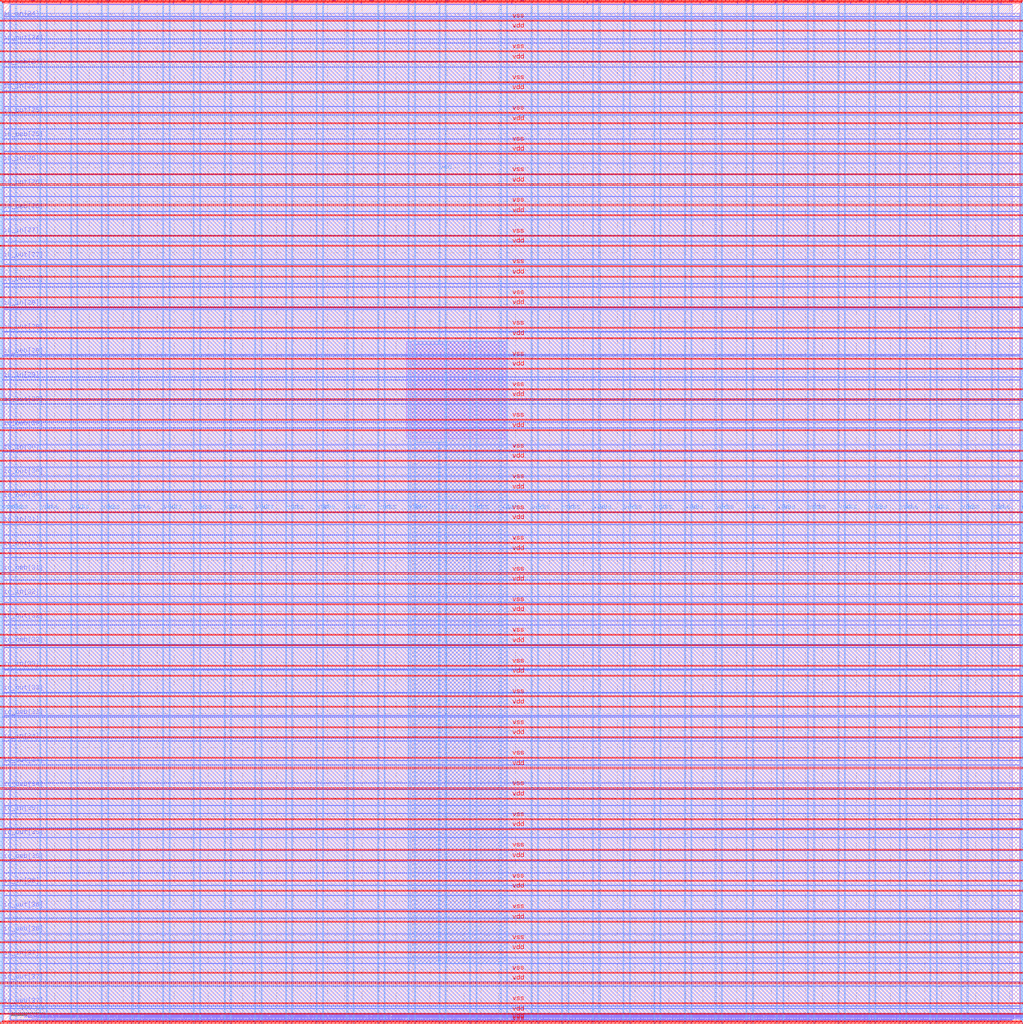
<source format=lef>
VERSION 5.7 ;
  NOWIREEXTENSIONATPIN ON ;
  DIVIDERCHAR "/" ;
  BUSBITCHARS "[]" ;
MACRO user_project_wrapper
  CLASS BLOCK ;
  FOREIGN user_project_wrapper ;
  ORIGIN 0.000 0.000 ;
  SIZE 2980.200 BY 2980.200 ;
  PIN io_in[0]
    DIRECTION INPUT ;
    USE SIGNAL ;
    PORT
      LAYER Metal3 ;
        RECT 2977.800 35.560 2985.000 36.680 ;
    END
  END io_in[0]
  PIN io_in[10]
    DIRECTION INPUT ;
    USE SIGNAL ;
    PORT
      LAYER Metal3 ;
        RECT 2977.800 2017.960 2985.000 2019.080 ;
    END
  END io_in[10]
  PIN io_in[11]
    DIRECTION INPUT ;
    USE SIGNAL ;
    PORT
      LAYER Metal3 ;
        RECT 2977.800 2216.200 2985.000 2217.320 ;
    END
  END io_in[11]
  PIN io_in[12]
    DIRECTION INPUT ;
    USE SIGNAL ;
    PORT
      LAYER Metal3 ;
        RECT 2977.800 2414.440 2985.000 2415.560 ;
    END
  END io_in[12]
  PIN io_in[13]
    DIRECTION INPUT ;
    USE SIGNAL ;
    PORT
      LAYER Metal3 ;
        RECT 2977.800 2612.680 2985.000 2613.800 ;
    END
  END io_in[13]
  PIN io_in[14]
    DIRECTION INPUT ;
    USE SIGNAL ;
    PORT
      LAYER Metal3 ;
        RECT 2977.800 2810.920 2985.000 2812.040 ;
    END
  END io_in[14]
  PIN io_in[15]
    DIRECTION INPUT ;
    USE SIGNAL ;
    PORT
      LAYER Metal2 ;
        RECT 2923.480 2977.800 2924.600 2985.000 ;
    END
  END io_in[15]
  PIN io_in[16]
    DIRECTION INPUT ;
    USE SIGNAL ;
    PORT
      LAYER Metal2 ;
        RECT 2592.520 2977.800 2593.640 2985.000 ;
    END
  END io_in[16]
  PIN io_in[17]
    DIRECTION INPUT ;
    USE SIGNAL ;
    PORT
      LAYER Metal2 ;
        RECT 2261.560 2977.800 2262.680 2985.000 ;
    END
  END io_in[17]
  PIN io_in[18]
    DIRECTION INPUT ;
    USE SIGNAL ;
    PORT
      LAYER Metal2 ;
        RECT 1930.600 2977.800 1931.720 2985.000 ;
    END
  END io_in[18]
  PIN io_in[19]
    DIRECTION INPUT ;
    USE SIGNAL ;
    PORT
      LAYER Metal2 ;
        RECT 1599.640 2977.800 1600.760 2985.000 ;
    END
  END io_in[19]
  PIN io_in[1]
    DIRECTION INPUT ;
    USE SIGNAL ;
    PORT
      LAYER Metal3 ;
        RECT 2977.800 233.800 2985.000 234.920 ;
    END
  END io_in[1]
  PIN io_in[20]
    DIRECTION INPUT ;
    USE SIGNAL ;
    PORT
      LAYER Metal2 ;
        RECT 1268.680 2977.800 1269.800 2985.000 ;
    END
  END io_in[20]
  PIN io_in[21]
    DIRECTION INPUT ;
    USE SIGNAL ;
    PORT
      LAYER Metal2 ;
        RECT 937.720 2977.800 938.840 2985.000 ;
    END
  END io_in[21]
  PIN io_in[22]
    DIRECTION INPUT ;
    USE SIGNAL ;
    PORT
      LAYER Metal2 ;
        RECT 606.760 2977.800 607.880 2985.000 ;
    END
  END io_in[22]
  PIN io_in[23]
    DIRECTION INPUT ;
    USE SIGNAL ;
    PORT
      LAYER Metal2 ;
        RECT 275.800 2977.800 276.920 2985.000 ;
    END
  END io_in[23]
  PIN io_in[24]
    DIRECTION INPUT ;
    USE SIGNAL ;
    PORT
      LAYER Metal3 ;
        RECT -4.800 2935.800 2.400 2936.920 ;
    END
  END io_in[24]
  PIN io_in[25]
    DIRECTION INPUT ;
    USE SIGNAL ;
    PORT
      LAYER Metal3 ;
        RECT -4.800 2724.120 2.400 2725.240 ;
    END
  END io_in[25]
  PIN io_in[26]
    DIRECTION INPUT ;
    USE SIGNAL ;
    PORT
      LAYER Metal3 ;
        RECT -4.800 2512.440 2.400 2513.560 ;
    END
  END io_in[26]
  PIN io_in[27]
    DIRECTION INPUT ;
    USE SIGNAL ;
    PORT
      LAYER Metal3 ;
        RECT -4.800 2300.760 2.400 2301.880 ;
    END
  END io_in[27]
  PIN io_in[28]
    DIRECTION INPUT ;
    USE SIGNAL ;
    PORT
      LAYER Metal3 ;
        RECT -4.800 2089.080 2.400 2090.200 ;
    END
  END io_in[28]
  PIN io_in[29]
    DIRECTION INPUT ;
    USE SIGNAL ;
    PORT
      LAYER Metal3 ;
        RECT -4.800 1877.400 2.400 1878.520 ;
    END
  END io_in[29]
  PIN io_in[2]
    DIRECTION INPUT ;
    USE SIGNAL ;
    PORT
      LAYER Metal3 ;
        RECT 2977.800 432.040 2985.000 433.160 ;
    END
  END io_in[2]
  PIN io_in[30]
    DIRECTION INPUT ;
    USE SIGNAL ;
    PORT
      LAYER Metal3 ;
        RECT -4.800 1665.720 2.400 1666.840 ;
    END
  END io_in[30]
  PIN io_in[31]
    DIRECTION INPUT ;
    USE SIGNAL ;
    PORT
      LAYER Metal3 ;
        RECT -4.800 1454.040 2.400 1455.160 ;
    END
  END io_in[31]
  PIN io_in[32]
    DIRECTION INPUT ;
    USE SIGNAL ;
    PORT
      LAYER Metal3 ;
        RECT -4.800 1242.360 2.400 1243.480 ;
    END
  END io_in[32]
  PIN io_in[33]
    DIRECTION INPUT ;
    USE SIGNAL ;
    PORT
      LAYER Metal3 ;
        RECT -4.800 1030.680 2.400 1031.800 ;
    END
  END io_in[33]
  PIN io_in[34]
    DIRECTION INPUT ;
    USE SIGNAL ;
    PORT
      LAYER Metal3 ;
        RECT -4.800 819.000 2.400 820.120 ;
    END
  END io_in[34]
  PIN io_in[35]
    DIRECTION INPUT ;
    USE SIGNAL ;
    PORT
      LAYER Metal3 ;
        RECT -4.800 607.320 2.400 608.440 ;
    END
  END io_in[35]
  PIN io_in[36]
    DIRECTION INPUT ;
    USE SIGNAL ;
    PORT
      LAYER Metal3 ;
        RECT -4.800 395.640 2.400 396.760 ;
    END
  END io_in[36]
  PIN io_in[37]
    DIRECTION INPUT ;
    USE SIGNAL ;
    PORT
      LAYER Metal3 ;
        RECT -4.800 183.960 2.400 185.080 ;
    END
  END io_in[37]
  PIN io_in[3]
    DIRECTION INPUT ;
    USE SIGNAL ;
    PORT
      LAYER Metal3 ;
        RECT 2977.800 630.280 2985.000 631.400 ;
    END
  END io_in[3]
  PIN io_in[4]
    DIRECTION INPUT ;
    USE SIGNAL ;
    PORT
      LAYER Metal3 ;
        RECT 2977.800 828.520 2985.000 829.640 ;
    END
  END io_in[4]
  PIN io_in[5]
    DIRECTION INPUT ;
    USE SIGNAL ;
    PORT
      LAYER Metal3 ;
        RECT 2977.800 1026.760 2985.000 1027.880 ;
    END
  END io_in[5]
  PIN io_in[6]
    DIRECTION INPUT ;
    USE SIGNAL ;
    PORT
      LAYER Metal3 ;
        RECT 2977.800 1225.000 2985.000 1226.120 ;
    END
  END io_in[6]
  PIN io_in[7]
    DIRECTION INPUT ;
    USE SIGNAL ;
    PORT
      LAYER Metal3 ;
        RECT 2977.800 1423.240 2985.000 1424.360 ;
    END
  END io_in[7]
  PIN io_in[8]
    DIRECTION INPUT ;
    USE SIGNAL ;
    PORT
      LAYER Metal3 ;
        RECT 2977.800 1621.480 2985.000 1622.600 ;
    END
  END io_in[8]
  PIN io_in[9]
    DIRECTION INPUT ;
    USE SIGNAL ;
    PORT
      LAYER Metal3 ;
        RECT 2977.800 1819.720 2985.000 1820.840 ;
    END
  END io_in[9]
  PIN io_oeb[0]
    DIRECTION OUTPUT TRISTATE ;
    USE SIGNAL ;
    PORT
      LAYER Metal3 ;
        RECT 2977.800 167.720 2985.000 168.840 ;
    END
  END io_oeb[0]
  PIN io_oeb[10]
    DIRECTION OUTPUT TRISTATE ;
    USE SIGNAL ;
    PORT
      LAYER Metal3 ;
        RECT 2977.800 2150.120 2985.000 2151.240 ;
    END
  END io_oeb[10]
  PIN io_oeb[11]
    DIRECTION OUTPUT TRISTATE ;
    USE SIGNAL ;
    PORT
      LAYER Metal3 ;
        RECT 2977.800 2348.360 2985.000 2349.480 ;
    END
  END io_oeb[11]
  PIN io_oeb[12]
    DIRECTION OUTPUT TRISTATE ;
    USE SIGNAL ;
    PORT
      LAYER Metal3 ;
        RECT 2977.800 2546.600 2985.000 2547.720 ;
    END
  END io_oeb[12]
  PIN io_oeb[13]
    DIRECTION OUTPUT TRISTATE ;
    USE SIGNAL ;
    PORT
      LAYER Metal3 ;
        RECT 2977.800 2744.840 2985.000 2745.960 ;
    END
  END io_oeb[13]
  PIN io_oeb[14]
    DIRECTION OUTPUT TRISTATE ;
    USE SIGNAL ;
    PORT
      LAYER Metal3 ;
        RECT 2977.800 2943.080 2985.000 2944.200 ;
    END
  END io_oeb[14]
  PIN io_oeb[15]
    DIRECTION OUTPUT TRISTATE ;
    USE SIGNAL ;
    PORT
      LAYER Metal2 ;
        RECT 2702.840 2977.800 2703.960 2985.000 ;
    END
  END io_oeb[15]
  PIN io_oeb[16]
    DIRECTION OUTPUT TRISTATE ;
    USE SIGNAL ;
    PORT
      LAYER Metal2 ;
        RECT 2371.880 2977.800 2373.000 2985.000 ;
    END
  END io_oeb[16]
  PIN io_oeb[17]
    DIRECTION OUTPUT TRISTATE ;
    USE SIGNAL ;
    PORT
      LAYER Metal2 ;
        RECT 2040.920 2977.800 2042.040 2985.000 ;
    END
  END io_oeb[17]
  PIN io_oeb[18]
    DIRECTION OUTPUT TRISTATE ;
    USE SIGNAL ;
    PORT
      LAYER Metal2 ;
        RECT 1709.960 2977.800 1711.080 2985.000 ;
    END
  END io_oeb[18]
  PIN io_oeb[19]
    DIRECTION OUTPUT TRISTATE ;
    USE SIGNAL ;
    PORT
      LAYER Metal2 ;
        RECT 1379.000 2977.800 1380.120 2985.000 ;
    END
  END io_oeb[19]
  PIN io_oeb[1]
    DIRECTION OUTPUT TRISTATE ;
    USE SIGNAL ;
    PORT
      LAYER Metal3 ;
        RECT 2977.800 365.960 2985.000 367.080 ;
    END
  END io_oeb[1]
  PIN io_oeb[20]
    DIRECTION OUTPUT TRISTATE ;
    USE SIGNAL ;
    PORT
      LAYER Metal2 ;
        RECT 1048.040 2977.800 1049.160 2985.000 ;
    END
  END io_oeb[20]
  PIN io_oeb[21]
    DIRECTION OUTPUT TRISTATE ;
    USE SIGNAL ;
    PORT
      LAYER Metal2 ;
        RECT 717.080 2977.800 718.200 2985.000 ;
    END
  END io_oeb[21]
  PIN io_oeb[22]
    DIRECTION OUTPUT TRISTATE ;
    USE SIGNAL ;
    PORT
      LAYER Metal2 ;
        RECT 386.120 2977.800 387.240 2985.000 ;
    END
  END io_oeb[22]
  PIN io_oeb[23]
    DIRECTION OUTPUT TRISTATE ;
    USE SIGNAL ;
    PORT
      LAYER Metal2 ;
        RECT 55.160 2977.800 56.280 2985.000 ;
    END
  END io_oeb[23]
  PIN io_oeb[24]
    DIRECTION OUTPUT TRISTATE ;
    USE SIGNAL ;
    PORT
      LAYER Metal3 ;
        RECT -4.800 2794.680 2.400 2795.800 ;
    END
  END io_oeb[24]
  PIN io_oeb[25]
    DIRECTION OUTPUT TRISTATE ;
    USE SIGNAL ;
    PORT
      LAYER Metal3 ;
        RECT -4.800 2583.000 2.400 2584.120 ;
    END
  END io_oeb[25]
  PIN io_oeb[26]
    DIRECTION OUTPUT TRISTATE ;
    USE SIGNAL ;
    PORT
      LAYER Metal3 ;
        RECT -4.800 2371.320 2.400 2372.440 ;
    END
  END io_oeb[26]
  PIN io_oeb[27]
    DIRECTION OUTPUT TRISTATE ;
    USE SIGNAL ;
    PORT
      LAYER Metal3 ;
        RECT -4.800 2159.640 2.400 2160.760 ;
    END
  END io_oeb[27]
  PIN io_oeb[28]
    DIRECTION OUTPUT TRISTATE ;
    USE SIGNAL ;
    PORT
      LAYER Metal3 ;
        RECT -4.800 1947.960 2.400 1949.080 ;
    END
  END io_oeb[28]
  PIN io_oeb[29]
    DIRECTION OUTPUT TRISTATE ;
    USE SIGNAL ;
    PORT
      LAYER Metal3 ;
        RECT -4.800 1736.280 2.400 1737.400 ;
    END
  END io_oeb[29]
  PIN io_oeb[2]
    DIRECTION OUTPUT TRISTATE ;
    USE SIGNAL ;
    PORT
      LAYER Metal3 ;
        RECT 2977.800 564.200 2985.000 565.320 ;
    END
  END io_oeb[2]
  PIN io_oeb[30]
    DIRECTION OUTPUT TRISTATE ;
    USE SIGNAL ;
    PORT
      LAYER Metal3 ;
        RECT -4.800 1524.600 2.400 1525.720 ;
    END
  END io_oeb[30]
  PIN io_oeb[31]
    DIRECTION OUTPUT TRISTATE ;
    USE SIGNAL ;
    PORT
      LAYER Metal3 ;
        RECT -4.800 1312.920 2.400 1314.040 ;
    END
  END io_oeb[31]
  PIN io_oeb[32]
    DIRECTION OUTPUT TRISTATE ;
    USE SIGNAL ;
    PORT
      LAYER Metal3 ;
        RECT -4.800 1101.240 2.400 1102.360 ;
    END
  END io_oeb[32]
  PIN io_oeb[33]
    DIRECTION OUTPUT TRISTATE ;
    USE SIGNAL ;
    PORT
      LAYER Metal3 ;
        RECT -4.800 889.560 2.400 890.680 ;
    END
  END io_oeb[33]
  PIN io_oeb[34]
    DIRECTION OUTPUT TRISTATE ;
    USE SIGNAL ;
    PORT
      LAYER Metal3 ;
        RECT -4.800 677.880 2.400 679.000 ;
    END
  END io_oeb[34]
  PIN io_oeb[35]
    DIRECTION OUTPUT TRISTATE ;
    USE SIGNAL ;
    PORT
      LAYER Metal3 ;
        RECT -4.800 466.200 2.400 467.320 ;
    END
  END io_oeb[35]
  PIN io_oeb[36]
    DIRECTION OUTPUT TRISTATE ;
    USE SIGNAL ;
    PORT
      LAYER Metal3 ;
        RECT -4.800 254.520 2.400 255.640 ;
    END
  END io_oeb[36]
  PIN io_oeb[37]
    DIRECTION OUTPUT TRISTATE ;
    USE SIGNAL ;
    PORT
      LAYER Metal3 ;
        RECT -4.800 42.840 2.400 43.960 ;
    END
  END io_oeb[37]
  PIN io_oeb[3]
    DIRECTION OUTPUT TRISTATE ;
    USE SIGNAL ;
    PORT
      LAYER Metal3 ;
        RECT 2977.800 762.440 2985.000 763.560 ;
    END
  END io_oeb[3]
  PIN io_oeb[4]
    DIRECTION OUTPUT TRISTATE ;
    USE SIGNAL ;
    PORT
      LAYER Metal3 ;
        RECT 2977.800 960.680 2985.000 961.800 ;
    END
  END io_oeb[4]
  PIN io_oeb[5]
    DIRECTION OUTPUT TRISTATE ;
    USE SIGNAL ;
    PORT
      LAYER Metal3 ;
        RECT 2977.800 1158.920 2985.000 1160.040 ;
    END
  END io_oeb[5]
  PIN io_oeb[6]
    DIRECTION OUTPUT TRISTATE ;
    USE SIGNAL ;
    PORT
      LAYER Metal3 ;
        RECT 2977.800 1357.160 2985.000 1358.280 ;
    END
  END io_oeb[6]
  PIN io_oeb[7]
    DIRECTION OUTPUT TRISTATE ;
    USE SIGNAL ;
    PORT
      LAYER Metal3 ;
        RECT 2977.800 1555.400 2985.000 1556.520 ;
    END
  END io_oeb[7]
  PIN io_oeb[8]
    DIRECTION OUTPUT TRISTATE ;
    USE SIGNAL ;
    PORT
      LAYER Metal3 ;
        RECT 2977.800 1753.640 2985.000 1754.760 ;
    END
  END io_oeb[8]
  PIN io_oeb[9]
    DIRECTION OUTPUT TRISTATE ;
    USE SIGNAL ;
    PORT
      LAYER Metal3 ;
        RECT 2977.800 1951.880 2985.000 1953.000 ;
    END
  END io_oeb[9]
  PIN io_out[0]
    DIRECTION OUTPUT TRISTATE ;
    USE SIGNAL ;
    PORT
      LAYER Metal3 ;
        RECT 2977.800 101.640 2985.000 102.760 ;
    END
  END io_out[0]
  PIN io_out[10]
    DIRECTION OUTPUT TRISTATE ;
    USE SIGNAL ;
    PORT
      LAYER Metal3 ;
        RECT 2977.800 2084.040 2985.000 2085.160 ;
    END
  END io_out[10]
  PIN io_out[11]
    DIRECTION OUTPUT TRISTATE ;
    USE SIGNAL ;
    PORT
      LAYER Metal3 ;
        RECT 2977.800 2282.280 2985.000 2283.400 ;
    END
  END io_out[11]
  PIN io_out[12]
    DIRECTION OUTPUT TRISTATE ;
    USE SIGNAL ;
    PORT
      LAYER Metal3 ;
        RECT 2977.800 2480.520 2985.000 2481.640 ;
    END
  END io_out[12]
  PIN io_out[13]
    DIRECTION OUTPUT TRISTATE ;
    USE SIGNAL ;
    PORT
      LAYER Metal3 ;
        RECT 2977.800 2678.760 2985.000 2679.880 ;
    END
  END io_out[13]
  PIN io_out[14]
    DIRECTION OUTPUT TRISTATE ;
    USE SIGNAL ;
    PORT
      LAYER Metal3 ;
        RECT 2977.800 2877.000 2985.000 2878.120 ;
    END
  END io_out[14]
  PIN io_out[15]
    DIRECTION OUTPUT TRISTATE ;
    USE SIGNAL ;
    PORT
      LAYER Metal2 ;
        RECT 2813.160 2977.800 2814.280 2985.000 ;
    END
  END io_out[15]
  PIN io_out[16]
    DIRECTION OUTPUT TRISTATE ;
    USE SIGNAL ;
    PORT
      LAYER Metal2 ;
        RECT 2482.200 2977.800 2483.320 2985.000 ;
    END
  END io_out[16]
  PIN io_out[17]
    DIRECTION OUTPUT TRISTATE ;
    USE SIGNAL ;
    PORT
      LAYER Metal2 ;
        RECT 2151.240 2977.800 2152.360 2985.000 ;
    END
  END io_out[17]
  PIN io_out[18]
    DIRECTION OUTPUT TRISTATE ;
    USE SIGNAL ;
    PORT
      LAYER Metal2 ;
        RECT 1820.280 2977.800 1821.400 2985.000 ;
    END
  END io_out[18]
  PIN io_out[19]
    DIRECTION OUTPUT TRISTATE ;
    USE SIGNAL ;
    PORT
      LAYER Metal2 ;
        RECT 1489.320 2977.800 1490.440 2985.000 ;
    END
  END io_out[19]
  PIN io_out[1]
    DIRECTION OUTPUT TRISTATE ;
    USE SIGNAL ;
    PORT
      LAYER Metal3 ;
        RECT 2977.800 299.880 2985.000 301.000 ;
    END
  END io_out[1]
  PIN io_out[20]
    DIRECTION OUTPUT TRISTATE ;
    USE SIGNAL ;
    PORT
      LAYER Metal2 ;
        RECT 1158.360 2977.800 1159.480 2985.000 ;
    END
  END io_out[20]
  PIN io_out[21]
    DIRECTION OUTPUT TRISTATE ;
    USE SIGNAL ;
    PORT
      LAYER Metal2 ;
        RECT 827.400 2977.800 828.520 2985.000 ;
    END
  END io_out[21]
  PIN io_out[22]
    DIRECTION OUTPUT TRISTATE ;
    USE SIGNAL ;
    PORT
      LAYER Metal2 ;
        RECT 496.440 2977.800 497.560 2985.000 ;
    END
  END io_out[22]
  PIN io_out[23]
    DIRECTION OUTPUT TRISTATE ;
    USE SIGNAL ;
    PORT
      LAYER Metal2 ;
        RECT 165.480 2977.800 166.600 2985.000 ;
    END
  END io_out[23]
  PIN io_out[24]
    DIRECTION OUTPUT TRISTATE ;
    USE SIGNAL ;
    PORT
      LAYER Metal3 ;
        RECT -4.800 2865.240 2.400 2866.360 ;
    END
  END io_out[24]
  PIN io_out[25]
    DIRECTION OUTPUT TRISTATE ;
    USE SIGNAL ;
    PORT
      LAYER Metal3 ;
        RECT -4.800 2653.560 2.400 2654.680 ;
    END
  END io_out[25]
  PIN io_out[26]
    DIRECTION OUTPUT TRISTATE ;
    USE SIGNAL ;
    PORT
      LAYER Metal3 ;
        RECT -4.800 2441.880 2.400 2443.000 ;
    END
  END io_out[26]
  PIN io_out[27]
    DIRECTION OUTPUT TRISTATE ;
    USE SIGNAL ;
    PORT
      LAYER Metal3 ;
        RECT -4.800 2230.200 2.400 2231.320 ;
    END
  END io_out[27]
  PIN io_out[28]
    DIRECTION OUTPUT TRISTATE ;
    USE SIGNAL ;
    PORT
      LAYER Metal3 ;
        RECT -4.800 2018.520 2.400 2019.640 ;
    END
  END io_out[28]
  PIN io_out[29]
    DIRECTION OUTPUT TRISTATE ;
    USE SIGNAL ;
    PORT
      LAYER Metal3 ;
        RECT -4.800 1806.840 2.400 1807.960 ;
    END
  END io_out[29]
  PIN io_out[2]
    DIRECTION OUTPUT TRISTATE ;
    USE SIGNAL ;
    PORT
      LAYER Metal3 ;
        RECT 2977.800 498.120 2985.000 499.240 ;
    END
  END io_out[2]
  PIN io_out[30]
    DIRECTION OUTPUT TRISTATE ;
    USE SIGNAL ;
    PORT
      LAYER Metal3 ;
        RECT -4.800 1595.160 2.400 1596.280 ;
    END
  END io_out[30]
  PIN io_out[31]
    DIRECTION OUTPUT TRISTATE ;
    USE SIGNAL ;
    PORT
      LAYER Metal3 ;
        RECT -4.800 1383.480 2.400 1384.600 ;
    END
  END io_out[31]
  PIN io_out[32]
    DIRECTION OUTPUT TRISTATE ;
    USE SIGNAL ;
    PORT
      LAYER Metal3 ;
        RECT -4.800 1171.800 2.400 1172.920 ;
    END
  END io_out[32]
  PIN io_out[33]
    DIRECTION OUTPUT TRISTATE ;
    USE SIGNAL ;
    PORT
      LAYER Metal3 ;
        RECT -4.800 960.120 2.400 961.240 ;
    END
  END io_out[33]
  PIN io_out[34]
    DIRECTION OUTPUT TRISTATE ;
    USE SIGNAL ;
    PORT
      LAYER Metal3 ;
        RECT -4.800 748.440 2.400 749.560 ;
    END
  END io_out[34]
  PIN io_out[35]
    DIRECTION OUTPUT TRISTATE ;
    USE SIGNAL ;
    PORT
      LAYER Metal3 ;
        RECT -4.800 536.760 2.400 537.880 ;
    END
  END io_out[35]
  PIN io_out[36]
    DIRECTION OUTPUT TRISTATE ;
    USE SIGNAL ;
    PORT
      LAYER Metal3 ;
        RECT -4.800 325.080 2.400 326.200 ;
    END
  END io_out[36]
  PIN io_out[37]
    DIRECTION OUTPUT TRISTATE ;
    USE SIGNAL ;
    PORT
      LAYER Metal3 ;
        RECT -4.800 113.400 2.400 114.520 ;
    END
  END io_out[37]
  PIN io_out[3]
    DIRECTION OUTPUT TRISTATE ;
    USE SIGNAL ;
    PORT
      LAYER Metal3 ;
        RECT 2977.800 696.360 2985.000 697.480 ;
    END
  END io_out[3]
  PIN io_out[4]
    DIRECTION OUTPUT TRISTATE ;
    USE SIGNAL ;
    PORT
      LAYER Metal3 ;
        RECT 2977.800 894.600 2985.000 895.720 ;
    END
  END io_out[4]
  PIN io_out[5]
    DIRECTION OUTPUT TRISTATE ;
    USE SIGNAL ;
    PORT
      LAYER Metal3 ;
        RECT 2977.800 1092.840 2985.000 1093.960 ;
    END
  END io_out[5]
  PIN io_out[6]
    DIRECTION OUTPUT TRISTATE ;
    USE SIGNAL ;
    PORT
      LAYER Metal3 ;
        RECT 2977.800 1291.080 2985.000 1292.200 ;
    END
  END io_out[6]
  PIN io_out[7]
    DIRECTION OUTPUT TRISTATE ;
    USE SIGNAL ;
    PORT
      LAYER Metal3 ;
        RECT 2977.800 1489.320 2985.000 1490.440 ;
    END
  END io_out[7]
  PIN io_out[8]
    DIRECTION OUTPUT TRISTATE ;
    USE SIGNAL ;
    PORT
      LAYER Metal3 ;
        RECT 2977.800 1687.560 2985.000 1688.680 ;
    END
  END io_out[8]
  PIN io_out[9]
    DIRECTION OUTPUT TRISTATE ;
    USE SIGNAL ;
    PORT
      LAYER Metal3 ;
        RECT 2977.800 1885.800 2985.000 1886.920 ;
    END
  END io_out[9]
  PIN la_data_in[0]
    DIRECTION INPUT ;
    USE SIGNAL ;
    PORT
      LAYER Metal2 ;
        RECT 1065.960 -4.800 1067.080 2.400 ;
    END
  END la_data_in[0]
  PIN la_data_in[10]
    DIRECTION INPUT ;
    USE SIGNAL ;
    PORT
      LAYER Metal2 ;
        RECT 1351.560 -4.800 1352.680 2.400 ;
    END
  END la_data_in[10]
  PIN la_data_in[11]
    DIRECTION INPUT ;
    USE SIGNAL ;
    PORT
      LAYER Metal2 ;
        RECT 1380.120 -4.800 1381.240 2.400 ;
    END
  END la_data_in[11]
  PIN la_data_in[12]
    DIRECTION INPUT ;
    USE SIGNAL ;
    PORT
      LAYER Metal2 ;
        RECT 1408.680 -4.800 1409.800 2.400 ;
    END
  END la_data_in[12]
  PIN la_data_in[13]
    DIRECTION INPUT ;
    USE SIGNAL ;
    PORT
      LAYER Metal2 ;
        RECT 1437.240 -4.800 1438.360 2.400 ;
    END
  END la_data_in[13]
  PIN la_data_in[14]
    DIRECTION INPUT ;
    USE SIGNAL ;
    PORT
      LAYER Metal2 ;
        RECT 1465.800 -4.800 1466.920 2.400 ;
    END
  END la_data_in[14]
  PIN la_data_in[15]
    DIRECTION INPUT ;
    USE SIGNAL ;
    PORT
      LAYER Metal2 ;
        RECT 1494.360 -4.800 1495.480 2.400 ;
    END
  END la_data_in[15]
  PIN la_data_in[16]
    DIRECTION INPUT ;
    USE SIGNAL ;
    PORT
      LAYER Metal2 ;
        RECT 1522.920 -4.800 1524.040 2.400 ;
    END
  END la_data_in[16]
  PIN la_data_in[17]
    DIRECTION INPUT ;
    USE SIGNAL ;
    PORT
      LAYER Metal2 ;
        RECT 1551.480 -4.800 1552.600 2.400 ;
    END
  END la_data_in[17]
  PIN la_data_in[18]
    DIRECTION INPUT ;
    USE SIGNAL ;
    PORT
      LAYER Metal2 ;
        RECT 1580.040 -4.800 1581.160 2.400 ;
    END
  END la_data_in[18]
  PIN la_data_in[19]
    DIRECTION INPUT ;
    USE SIGNAL ;
    PORT
      LAYER Metal2 ;
        RECT 1608.600 -4.800 1609.720 2.400 ;
    END
  END la_data_in[19]
  PIN la_data_in[1]
    DIRECTION INPUT ;
    USE SIGNAL ;
    PORT
      LAYER Metal2 ;
        RECT 1094.520 -4.800 1095.640 2.400 ;
    END
  END la_data_in[1]
  PIN la_data_in[20]
    DIRECTION INPUT ;
    USE SIGNAL ;
    PORT
      LAYER Metal2 ;
        RECT 1637.160 -4.800 1638.280 2.400 ;
    END
  END la_data_in[20]
  PIN la_data_in[21]
    DIRECTION INPUT ;
    USE SIGNAL ;
    PORT
      LAYER Metal2 ;
        RECT 1665.720 -4.800 1666.840 2.400 ;
    END
  END la_data_in[21]
  PIN la_data_in[22]
    DIRECTION INPUT ;
    USE SIGNAL ;
    PORT
      LAYER Metal2 ;
        RECT 1694.280 -4.800 1695.400 2.400 ;
    END
  END la_data_in[22]
  PIN la_data_in[23]
    DIRECTION INPUT ;
    USE SIGNAL ;
    PORT
      LAYER Metal2 ;
        RECT 1722.840 -4.800 1723.960 2.400 ;
    END
  END la_data_in[23]
  PIN la_data_in[24]
    DIRECTION INPUT ;
    USE SIGNAL ;
    PORT
      LAYER Metal2 ;
        RECT 1751.400 -4.800 1752.520 2.400 ;
    END
  END la_data_in[24]
  PIN la_data_in[25]
    DIRECTION INPUT ;
    USE SIGNAL ;
    PORT
      LAYER Metal2 ;
        RECT 1779.960 -4.800 1781.080 2.400 ;
    END
  END la_data_in[25]
  PIN la_data_in[26]
    DIRECTION INPUT ;
    USE SIGNAL ;
    PORT
      LAYER Metal2 ;
        RECT 1808.520 -4.800 1809.640 2.400 ;
    END
  END la_data_in[26]
  PIN la_data_in[27]
    DIRECTION INPUT ;
    USE SIGNAL ;
    PORT
      LAYER Metal2 ;
        RECT 1837.080 -4.800 1838.200 2.400 ;
    END
  END la_data_in[27]
  PIN la_data_in[28]
    DIRECTION INPUT ;
    USE SIGNAL ;
    PORT
      LAYER Metal2 ;
        RECT 1865.640 -4.800 1866.760 2.400 ;
    END
  END la_data_in[28]
  PIN la_data_in[29]
    DIRECTION INPUT ;
    USE SIGNAL ;
    PORT
      LAYER Metal2 ;
        RECT 1894.200 -4.800 1895.320 2.400 ;
    END
  END la_data_in[29]
  PIN la_data_in[2]
    DIRECTION INPUT ;
    USE SIGNAL ;
    PORT
      LAYER Metal2 ;
        RECT 1123.080 -4.800 1124.200 2.400 ;
    END
  END la_data_in[2]
  PIN la_data_in[30]
    DIRECTION INPUT ;
    USE SIGNAL ;
    PORT
      LAYER Metal2 ;
        RECT 1922.760 -4.800 1923.880 2.400 ;
    END
  END la_data_in[30]
  PIN la_data_in[31]
    DIRECTION INPUT ;
    USE SIGNAL ;
    PORT
      LAYER Metal2 ;
        RECT 1951.320 -4.800 1952.440 2.400 ;
    END
  END la_data_in[31]
  PIN la_data_in[32]
    DIRECTION INPUT ;
    USE SIGNAL ;
    PORT
      LAYER Metal2 ;
        RECT 1979.880 -4.800 1981.000 2.400 ;
    END
  END la_data_in[32]
  PIN la_data_in[33]
    DIRECTION INPUT ;
    USE SIGNAL ;
    PORT
      LAYER Metal2 ;
        RECT 2008.440 -4.800 2009.560 2.400 ;
    END
  END la_data_in[33]
  PIN la_data_in[34]
    DIRECTION INPUT ;
    USE SIGNAL ;
    PORT
      LAYER Metal2 ;
        RECT 2037.000 -4.800 2038.120 2.400 ;
    END
  END la_data_in[34]
  PIN la_data_in[35]
    DIRECTION INPUT ;
    USE SIGNAL ;
    PORT
      LAYER Metal2 ;
        RECT 2065.560 -4.800 2066.680 2.400 ;
    END
  END la_data_in[35]
  PIN la_data_in[36]
    DIRECTION INPUT ;
    USE SIGNAL ;
    PORT
      LAYER Metal2 ;
        RECT 2094.120 -4.800 2095.240 2.400 ;
    END
  END la_data_in[36]
  PIN la_data_in[37]
    DIRECTION INPUT ;
    USE SIGNAL ;
    PORT
      LAYER Metal2 ;
        RECT 2122.680 -4.800 2123.800 2.400 ;
    END
  END la_data_in[37]
  PIN la_data_in[38]
    DIRECTION INPUT ;
    USE SIGNAL ;
    PORT
      LAYER Metal2 ;
        RECT 2151.240 -4.800 2152.360 2.400 ;
    END
  END la_data_in[38]
  PIN la_data_in[39]
    DIRECTION INPUT ;
    USE SIGNAL ;
    PORT
      LAYER Metal2 ;
        RECT 2179.800 -4.800 2180.920 2.400 ;
    END
  END la_data_in[39]
  PIN la_data_in[3]
    DIRECTION INPUT ;
    USE SIGNAL ;
    PORT
      LAYER Metal2 ;
        RECT 1151.640 -4.800 1152.760 2.400 ;
    END
  END la_data_in[3]
  PIN la_data_in[40]
    DIRECTION INPUT ;
    USE SIGNAL ;
    PORT
      LAYER Metal2 ;
        RECT 2208.360 -4.800 2209.480 2.400 ;
    END
  END la_data_in[40]
  PIN la_data_in[41]
    DIRECTION INPUT ;
    USE SIGNAL ;
    PORT
      LAYER Metal2 ;
        RECT 2236.920 -4.800 2238.040 2.400 ;
    END
  END la_data_in[41]
  PIN la_data_in[42]
    DIRECTION INPUT ;
    USE SIGNAL ;
    PORT
      LAYER Metal2 ;
        RECT 2265.480 -4.800 2266.600 2.400 ;
    END
  END la_data_in[42]
  PIN la_data_in[43]
    DIRECTION INPUT ;
    USE SIGNAL ;
    PORT
      LAYER Metal2 ;
        RECT 2294.040 -4.800 2295.160 2.400 ;
    END
  END la_data_in[43]
  PIN la_data_in[44]
    DIRECTION INPUT ;
    USE SIGNAL ;
    PORT
      LAYER Metal2 ;
        RECT 2322.600 -4.800 2323.720 2.400 ;
    END
  END la_data_in[44]
  PIN la_data_in[45]
    DIRECTION INPUT ;
    USE SIGNAL ;
    PORT
      LAYER Metal2 ;
        RECT 2351.160 -4.800 2352.280 2.400 ;
    END
  END la_data_in[45]
  PIN la_data_in[46]
    DIRECTION INPUT ;
    USE SIGNAL ;
    PORT
      LAYER Metal2 ;
        RECT 2379.720 -4.800 2380.840 2.400 ;
    END
  END la_data_in[46]
  PIN la_data_in[47]
    DIRECTION INPUT ;
    USE SIGNAL ;
    PORT
      LAYER Metal2 ;
        RECT 2408.280 -4.800 2409.400 2.400 ;
    END
  END la_data_in[47]
  PIN la_data_in[48]
    DIRECTION INPUT ;
    USE SIGNAL ;
    PORT
      LAYER Metal2 ;
        RECT 2436.840 -4.800 2437.960 2.400 ;
    END
  END la_data_in[48]
  PIN la_data_in[49]
    DIRECTION INPUT ;
    USE SIGNAL ;
    PORT
      LAYER Metal2 ;
        RECT 2465.400 -4.800 2466.520 2.400 ;
    END
  END la_data_in[49]
  PIN la_data_in[4]
    DIRECTION INPUT ;
    USE SIGNAL ;
    PORT
      LAYER Metal2 ;
        RECT 1180.200 -4.800 1181.320 2.400 ;
    END
  END la_data_in[4]
  PIN la_data_in[50]
    DIRECTION INPUT ;
    USE SIGNAL ;
    PORT
      LAYER Metal2 ;
        RECT 2493.960 -4.800 2495.080 2.400 ;
    END
  END la_data_in[50]
  PIN la_data_in[51]
    DIRECTION INPUT ;
    USE SIGNAL ;
    PORT
      LAYER Metal2 ;
        RECT 2522.520 -4.800 2523.640 2.400 ;
    END
  END la_data_in[51]
  PIN la_data_in[52]
    DIRECTION INPUT ;
    USE SIGNAL ;
    PORT
      LAYER Metal2 ;
        RECT 2551.080 -4.800 2552.200 2.400 ;
    END
  END la_data_in[52]
  PIN la_data_in[53]
    DIRECTION INPUT ;
    USE SIGNAL ;
    PORT
      LAYER Metal2 ;
        RECT 2579.640 -4.800 2580.760 2.400 ;
    END
  END la_data_in[53]
  PIN la_data_in[54]
    DIRECTION INPUT ;
    USE SIGNAL ;
    PORT
      LAYER Metal2 ;
        RECT 2608.200 -4.800 2609.320 2.400 ;
    END
  END la_data_in[54]
  PIN la_data_in[55]
    DIRECTION INPUT ;
    USE SIGNAL ;
    PORT
      LAYER Metal2 ;
        RECT 2636.760 -4.800 2637.880 2.400 ;
    END
  END la_data_in[55]
  PIN la_data_in[56]
    DIRECTION INPUT ;
    USE SIGNAL ;
    PORT
      LAYER Metal2 ;
        RECT 2665.320 -4.800 2666.440 2.400 ;
    END
  END la_data_in[56]
  PIN la_data_in[57]
    DIRECTION INPUT ;
    USE SIGNAL ;
    PORT
      LAYER Metal2 ;
        RECT 2693.880 -4.800 2695.000 2.400 ;
    END
  END la_data_in[57]
  PIN la_data_in[58]
    DIRECTION INPUT ;
    USE SIGNAL ;
    PORT
      LAYER Metal2 ;
        RECT 2722.440 -4.800 2723.560 2.400 ;
    END
  END la_data_in[58]
  PIN la_data_in[59]
    DIRECTION INPUT ;
    USE SIGNAL ;
    PORT
      LAYER Metal2 ;
        RECT 2751.000 -4.800 2752.120 2.400 ;
    END
  END la_data_in[59]
  PIN la_data_in[5]
    DIRECTION INPUT ;
    USE SIGNAL ;
    PORT
      LAYER Metal2 ;
        RECT 1208.760 -4.800 1209.880 2.400 ;
    END
  END la_data_in[5]
  PIN la_data_in[60]
    DIRECTION INPUT ;
    USE SIGNAL ;
    PORT
      LAYER Metal2 ;
        RECT 2779.560 -4.800 2780.680 2.400 ;
    END
  END la_data_in[60]
  PIN la_data_in[61]
    DIRECTION INPUT ;
    USE SIGNAL ;
    PORT
      LAYER Metal2 ;
        RECT 2808.120 -4.800 2809.240 2.400 ;
    END
  END la_data_in[61]
  PIN la_data_in[62]
    DIRECTION INPUT ;
    USE SIGNAL ;
    PORT
      LAYER Metal2 ;
        RECT 2836.680 -4.800 2837.800 2.400 ;
    END
  END la_data_in[62]
  PIN la_data_in[63]
    DIRECTION INPUT ;
    USE SIGNAL ;
    PORT
      LAYER Metal2 ;
        RECT 2865.240 -4.800 2866.360 2.400 ;
    END
  END la_data_in[63]
  PIN la_data_in[6]
    DIRECTION INPUT ;
    USE SIGNAL ;
    PORT
      LAYER Metal2 ;
        RECT 1237.320 -4.800 1238.440 2.400 ;
    END
  END la_data_in[6]
  PIN la_data_in[7]
    DIRECTION INPUT ;
    USE SIGNAL ;
    PORT
      LAYER Metal2 ;
        RECT 1265.880 -4.800 1267.000 2.400 ;
    END
  END la_data_in[7]
  PIN la_data_in[8]
    DIRECTION INPUT ;
    USE SIGNAL ;
    PORT
      LAYER Metal2 ;
        RECT 1294.440 -4.800 1295.560 2.400 ;
    END
  END la_data_in[8]
  PIN la_data_in[9]
    DIRECTION INPUT ;
    USE SIGNAL ;
    PORT
      LAYER Metal2 ;
        RECT 1323.000 -4.800 1324.120 2.400 ;
    END
  END la_data_in[9]
  PIN la_data_out[0]
    DIRECTION OUTPUT TRISTATE ;
    USE SIGNAL ;
    PORT
      LAYER Metal2 ;
        RECT 1075.480 -4.800 1076.600 2.400 ;
    END
  END la_data_out[0]
  PIN la_data_out[10]
    DIRECTION OUTPUT TRISTATE ;
    USE SIGNAL ;
    PORT
      LAYER Metal2 ;
        RECT 1361.080 -4.800 1362.200 2.400 ;
    END
  END la_data_out[10]
  PIN la_data_out[11]
    DIRECTION OUTPUT TRISTATE ;
    USE SIGNAL ;
    PORT
      LAYER Metal2 ;
        RECT 1389.640 -4.800 1390.760 2.400 ;
    END
  END la_data_out[11]
  PIN la_data_out[12]
    DIRECTION OUTPUT TRISTATE ;
    USE SIGNAL ;
    PORT
      LAYER Metal2 ;
        RECT 1418.200 -4.800 1419.320 2.400 ;
    END
  END la_data_out[12]
  PIN la_data_out[13]
    DIRECTION OUTPUT TRISTATE ;
    USE SIGNAL ;
    PORT
      LAYER Metal2 ;
        RECT 1446.760 -4.800 1447.880 2.400 ;
    END
  END la_data_out[13]
  PIN la_data_out[14]
    DIRECTION OUTPUT TRISTATE ;
    USE SIGNAL ;
    PORT
      LAYER Metal2 ;
        RECT 1475.320 -4.800 1476.440 2.400 ;
    END
  END la_data_out[14]
  PIN la_data_out[15]
    DIRECTION OUTPUT TRISTATE ;
    USE SIGNAL ;
    PORT
      LAYER Metal2 ;
        RECT 1503.880 -4.800 1505.000 2.400 ;
    END
  END la_data_out[15]
  PIN la_data_out[16]
    DIRECTION OUTPUT TRISTATE ;
    USE SIGNAL ;
    PORT
      LAYER Metal2 ;
        RECT 1532.440 -4.800 1533.560 2.400 ;
    END
  END la_data_out[16]
  PIN la_data_out[17]
    DIRECTION OUTPUT TRISTATE ;
    USE SIGNAL ;
    PORT
      LAYER Metal2 ;
        RECT 1561.000 -4.800 1562.120 2.400 ;
    END
  END la_data_out[17]
  PIN la_data_out[18]
    DIRECTION OUTPUT TRISTATE ;
    USE SIGNAL ;
    PORT
      LAYER Metal2 ;
        RECT 1589.560 -4.800 1590.680 2.400 ;
    END
  END la_data_out[18]
  PIN la_data_out[19]
    DIRECTION OUTPUT TRISTATE ;
    USE SIGNAL ;
    PORT
      LAYER Metal2 ;
        RECT 1618.120 -4.800 1619.240 2.400 ;
    END
  END la_data_out[19]
  PIN la_data_out[1]
    DIRECTION OUTPUT TRISTATE ;
    USE SIGNAL ;
    PORT
      LAYER Metal2 ;
        RECT 1104.040 -4.800 1105.160 2.400 ;
    END
  END la_data_out[1]
  PIN la_data_out[20]
    DIRECTION OUTPUT TRISTATE ;
    USE SIGNAL ;
    PORT
      LAYER Metal2 ;
        RECT 1646.680 -4.800 1647.800 2.400 ;
    END
  END la_data_out[20]
  PIN la_data_out[21]
    DIRECTION OUTPUT TRISTATE ;
    USE SIGNAL ;
    PORT
      LAYER Metal2 ;
        RECT 1675.240 -4.800 1676.360 2.400 ;
    END
  END la_data_out[21]
  PIN la_data_out[22]
    DIRECTION OUTPUT TRISTATE ;
    USE SIGNAL ;
    PORT
      LAYER Metal2 ;
        RECT 1703.800 -4.800 1704.920 2.400 ;
    END
  END la_data_out[22]
  PIN la_data_out[23]
    DIRECTION OUTPUT TRISTATE ;
    USE SIGNAL ;
    PORT
      LAYER Metal2 ;
        RECT 1732.360 -4.800 1733.480 2.400 ;
    END
  END la_data_out[23]
  PIN la_data_out[24]
    DIRECTION OUTPUT TRISTATE ;
    USE SIGNAL ;
    PORT
      LAYER Metal2 ;
        RECT 1760.920 -4.800 1762.040 2.400 ;
    END
  END la_data_out[24]
  PIN la_data_out[25]
    DIRECTION OUTPUT TRISTATE ;
    USE SIGNAL ;
    PORT
      LAYER Metal2 ;
        RECT 1789.480 -4.800 1790.600 2.400 ;
    END
  END la_data_out[25]
  PIN la_data_out[26]
    DIRECTION OUTPUT TRISTATE ;
    USE SIGNAL ;
    PORT
      LAYER Metal2 ;
        RECT 1818.040 -4.800 1819.160 2.400 ;
    END
  END la_data_out[26]
  PIN la_data_out[27]
    DIRECTION OUTPUT TRISTATE ;
    USE SIGNAL ;
    PORT
      LAYER Metal2 ;
        RECT 1846.600 -4.800 1847.720 2.400 ;
    END
  END la_data_out[27]
  PIN la_data_out[28]
    DIRECTION OUTPUT TRISTATE ;
    USE SIGNAL ;
    PORT
      LAYER Metal2 ;
        RECT 1875.160 -4.800 1876.280 2.400 ;
    END
  END la_data_out[28]
  PIN la_data_out[29]
    DIRECTION OUTPUT TRISTATE ;
    USE SIGNAL ;
    PORT
      LAYER Metal2 ;
        RECT 1903.720 -4.800 1904.840 2.400 ;
    END
  END la_data_out[29]
  PIN la_data_out[2]
    DIRECTION OUTPUT TRISTATE ;
    USE SIGNAL ;
    PORT
      LAYER Metal2 ;
        RECT 1132.600 -4.800 1133.720 2.400 ;
    END
  END la_data_out[2]
  PIN la_data_out[30]
    DIRECTION OUTPUT TRISTATE ;
    USE SIGNAL ;
    PORT
      LAYER Metal2 ;
        RECT 1932.280 -4.800 1933.400 2.400 ;
    END
  END la_data_out[30]
  PIN la_data_out[31]
    DIRECTION OUTPUT TRISTATE ;
    USE SIGNAL ;
    PORT
      LAYER Metal2 ;
        RECT 1960.840 -4.800 1961.960 2.400 ;
    END
  END la_data_out[31]
  PIN la_data_out[32]
    DIRECTION OUTPUT TRISTATE ;
    USE SIGNAL ;
    PORT
      LAYER Metal2 ;
        RECT 1989.400 -4.800 1990.520 2.400 ;
    END
  END la_data_out[32]
  PIN la_data_out[33]
    DIRECTION OUTPUT TRISTATE ;
    USE SIGNAL ;
    PORT
      LAYER Metal2 ;
        RECT 2017.960 -4.800 2019.080 2.400 ;
    END
  END la_data_out[33]
  PIN la_data_out[34]
    DIRECTION OUTPUT TRISTATE ;
    USE SIGNAL ;
    PORT
      LAYER Metal2 ;
        RECT 2046.520 -4.800 2047.640 2.400 ;
    END
  END la_data_out[34]
  PIN la_data_out[35]
    DIRECTION OUTPUT TRISTATE ;
    USE SIGNAL ;
    PORT
      LAYER Metal2 ;
        RECT 2075.080 -4.800 2076.200 2.400 ;
    END
  END la_data_out[35]
  PIN la_data_out[36]
    DIRECTION OUTPUT TRISTATE ;
    USE SIGNAL ;
    PORT
      LAYER Metal2 ;
        RECT 2103.640 -4.800 2104.760 2.400 ;
    END
  END la_data_out[36]
  PIN la_data_out[37]
    DIRECTION OUTPUT TRISTATE ;
    USE SIGNAL ;
    PORT
      LAYER Metal2 ;
        RECT 2132.200 -4.800 2133.320 2.400 ;
    END
  END la_data_out[37]
  PIN la_data_out[38]
    DIRECTION OUTPUT TRISTATE ;
    USE SIGNAL ;
    PORT
      LAYER Metal2 ;
        RECT 2160.760 -4.800 2161.880 2.400 ;
    END
  END la_data_out[38]
  PIN la_data_out[39]
    DIRECTION OUTPUT TRISTATE ;
    USE SIGNAL ;
    PORT
      LAYER Metal2 ;
        RECT 2189.320 -4.800 2190.440 2.400 ;
    END
  END la_data_out[39]
  PIN la_data_out[3]
    DIRECTION OUTPUT TRISTATE ;
    USE SIGNAL ;
    PORT
      LAYER Metal2 ;
        RECT 1161.160 -4.800 1162.280 2.400 ;
    END
  END la_data_out[3]
  PIN la_data_out[40]
    DIRECTION OUTPUT TRISTATE ;
    USE SIGNAL ;
    PORT
      LAYER Metal2 ;
        RECT 2217.880 -4.800 2219.000 2.400 ;
    END
  END la_data_out[40]
  PIN la_data_out[41]
    DIRECTION OUTPUT TRISTATE ;
    USE SIGNAL ;
    PORT
      LAYER Metal2 ;
        RECT 2246.440 -4.800 2247.560 2.400 ;
    END
  END la_data_out[41]
  PIN la_data_out[42]
    DIRECTION OUTPUT TRISTATE ;
    USE SIGNAL ;
    PORT
      LAYER Metal2 ;
        RECT 2275.000 -4.800 2276.120 2.400 ;
    END
  END la_data_out[42]
  PIN la_data_out[43]
    DIRECTION OUTPUT TRISTATE ;
    USE SIGNAL ;
    PORT
      LAYER Metal2 ;
        RECT 2303.560 -4.800 2304.680 2.400 ;
    END
  END la_data_out[43]
  PIN la_data_out[44]
    DIRECTION OUTPUT TRISTATE ;
    USE SIGNAL ;
    PORT
      LAYER Metal2 ;
        RECT 2332.120 -4.800 2333.240 2.400 ;
    END
  END la_data_out[44]
  PIN la_data_out[45]
    DIRECTION OUTPUT TRISTATE ;
    USE SIGNAL ;
    PORT
      LAYER Metal2 ;
        RECT 2360.680 -4.800 2361.800 2.400 ;
    END
  END la_data_out[45]
  PIN la_data_out[46]
    DIRECTION OUTPUT TRISTATE ;
    USE SIGNAL ;
    PORT
      LAYER Metal2 ;
        RECT 2389.240 -4.800 2390.360 2.400 ;
    END
  END la_data_out[46]
  PIN la_data_out[47]
    DIRECTION OUTPUT TRISTATE ;
    USE SIGNAL ;
    PORT
      LAYER Metal2 ;
        RECT 2417.800 -4.800 2418.920 2.400 ;
    END
  END la_data_out[47]
  PIN la_data_out[48]
    DIRECTION OUTPUT TRISTATE ;
    USE SIGNAL ;
    PORT
      LAYER Metal2 ;
        RECT 2446.360 -4.800 2447.480 2.400 ;
    END
  END la_data_out[48]
  PIN la_data_out[49]
    DIRECTION OUTPUT TRISTATE ;
    USE SIGNAL ;
    PORT
      LAYER Metal2 ;
        RECT 2474.920 -4.800 2476.040 2.400 ;
    END
  END la_data_out[49]
  PIN la_data_out[4]
    DIRECTION OUTPUT TRISTATE ;
    USE SIGNAL ;
    PORT
      LAYER Metal2 ;
        RECT 1189.720 -4.800 1190.840 2.400 ;
    END
  END la_data_out[4]
  PIN la_data_out[50]
    DIRECTION OUTPUT TRISTATE ;
    USE SIGNAL ;
    PORT
      LAYER Metal2 ;
        RECT 2503.480 -4.800 2504.600 2.400 ;
    END
  END la_data_out[50]
  PIN la_data_out[51]
    DIRECTION OUTPUT TRISTATE ;
    USE SIGNAL ;
    PORT
      LAYER Metal2 ;
        RECT 2532.040 -4.800 2533.160 2.400 ;
    END
  END la_data_out[51]
  PIN la_data_out[52]
    DIRECTION OUTPUT TRISTATE ;
    USE SIGNAL ;
    PORT
      LAYER Metal2 ;
        RECT 2560.600 -4.800 2561.720 2.400 ;
    END
  END la_data_out[52]
  PIN la_data_out[53]
    DIRECTION OUTPUT TRISTATE ;
    USE SIGNAL ;
    PORT
      LAYER Metal2 ;
        RECT 2589.160 -4.800 2590.280 2.400 ;
    END
  END la_data_out[53]
  PIN la_data_out[54]
    DIRECTION OUTPUT TRISTATE ;
    USE SIGNAL ;
    PORT
      LAYER Metal2 ;
        RECT 2617.720 -4.800 2618.840 2.400 ;
    END
  END la_data_out[54]
  PIN la_data_out[55]
    DIRECTION OUTPUT TRISTATE ;
    USE SIGNAL ;
    PORT
      LAYER Metal2 ;
        RECT 2646.280 -4.800 2647.400 2.400 ;
    END
  END la_data_out[55]
  PIN la_data_out[56]
    DIRECTION OUTPUT TRISTATE ;
    USE SIGNAL ;
    PORT
      LAYER Metal2 ;
        RECT 2674.840 -4.800 2675.960 2.400 ;
    END
  END la_data_out[56]
  PIN la_data_out[57]
    DIRECTION OUTPUT TRISTATE ;
    USE SIGNAL ;
    PORT
      LAYER Metal2 ;
        RECT 2703.400 -4.800 2704.520 2.400 ;
    END
  END la_data_out[57]
  PIN la_data_out[58]
    DIRECTION OUTPUT TRISTATE ;
    USE SIGNAL ;
    PORT
      LAYER Metal2 ;
        RECT 2731.960 -4.800 2733.080 2.400 ;
    END
  END la_data_out[58]
  PIN la_data_out[59]
    DIRECTION OUTPUT TRISTATE ;
    USE SIGNAL ;
    PORT
      LAYER Metal2 ;
        RECT 2760.520 -4.800 2761.640 2.400 ;
    END
  END la_data_out[59]
  PIN la_data_out[5]
    DIRECTION OUTPUT TRISTATE ;
    USE SIGNAL ;
    PORT
      LAYER Metal2 ;
        RECT 1218.280 -4.800 1219.400 2.400 ;
    END
  END la_data_out[5]
  PIN la_data_out[60]
    DIRECTION OUTPUT TRISTATE ;
    USE SIGNAL ;
    PORT
      LAYER Metal2 ;
        RECT 2789.080 -4.800 2790.200 2.400 ;
    END
  END la_data_out[60]
  PIN la_data_out[61]
    DIRECTION OUTPUT TRISTATE ;
    USE SIGNAL ;
    PORT
      LAYER Metal2 ;
        RECT 2817.640 -4.800 2818.760 2.400 ;
    END
  END la_data_out[61]
  PIN la_data_out[62]
    DIRECTION OUTPUT TRISTATE ;
    USE SIGNAL ;
    PORT
      LAYER Metal2 ;
        RECT 2846.200 -4.800 2847.320 2.400 ;
    END
  END la_data_out[62]
  PIN la_data_out[63]
    DIRECTION OUTPUT TRISTATE ;
    USE SIGNAL ;
    PORT
      LAYER Metal2 ;
        RECT 2874.760 -4.800 2875.880 2.400 ;
    END
  END la_data_out[63]
  PIN la_data_out[6]
    DIRECTION OUTPUT TRISTATE ;
    USE SIGNAL ;
    PORT
      LAYER Metal2 ;
        RECT 1246.840 -4.800 1247.960 2.400 ;
    END
  END la_data_out[6]
  PIN la_data_out[7]
    DIRECTION OUTPUT TRISTATE ;
    USE SIGNAL ;
    PORT
      LAYER Metal2 ;
        RECT 1275.400 -4.800 1276.520 2.400 ;
    END
  END la_data_out[7]
  PIN la_data_out[8]
    DIRECTION OUTPUT TRISTATE ;
    USE SIGNAL ;
    PORT
      LAYER Metal2 ;
        RECT 1303.960 -4.800 1305.080 2.400 ;
    END
  END la_data_out[8]
  PIN la_data_out[9]
    DIRECTION OUTPUT TRISTATE ;
    USE SIGNAL ;
    PORT
      LAYER Metal2 ;
        RECT 1332.520 -4.800 1333.640 2.400 ;
    END
  END la_data_out[9]
  PIN la_oenb[0]
    DIRECTION INPUT ;
    USE SIGNAL ;
    PORT
      LAYER Metal2 ;
        RECT 1085.000 -4.800 1086.120 2.400 ;
    END
  END la_oenb[0]
  PIN la_oenb[10]
    DIRECTION INPUT ;
    USE SIGNAL ;
    PORT
      LAYER Metal2 ;
        RECT 1370.600 -4.800 1371.720 2.400 ;
    END
  END la_oenb[10]
  PIN la_oenb[11]
    DIRECTION INPUT ;
    USE SIGNAL ;
    PORT
      LAYER Metal2 ;
        RECT 1399.160 -4.800 1400.280 2.400 ;
    END
  END la_oenb[11]
  PIN la_oenb[12]
    DIRECTION INPUT ;
    USE SIGNAL ;
    PORT
      LAYER Metal2 ;
        RECT 1427.720 -4.800 1428.840 2.400 ;
    END
  END la_oenb[12]
  PIN la_oenb[13]
    DIRECTION INPUT ;
    USE SIGNAL ;
    PORT
      LAYER Metal2 ;
        RECT 1456.280 -4.800 1457.400 2.400 ;
    END
  END la_oenb[13]
  PIN la_oenb[14]
    DIRECTION INPUT ;
    USE SIGNAL ;
    PORT
      LAYER Metal2 ;
        RECT 1484.840 -4.800 1485.960 2.400 ;
    END
  END la_oenb[14]
  PIN la_oenb[15]
    DIRECTION INPUT ;
    USE SIGNAL ;
    PORT
      LAYER Metal2 ;
        RECT 1513.400 -4.800 1514.520 2.400 ;
    END
  END la_oenb[15]
  PIN la_oenb[16]
    DIRECTION INPUT ;
    USE SIGNAL ;
    PORT
      LAYER Metal2 ;
        RECT 1541.960 -4.800 1543.080 2.400 ;
    END
  END la_oenb[16]
  PIN la_oenb[17]
    DIRECTION INPUT ;
    USE SIGNAL ;
    PORT
      LAYER Metal2 ;
        RECT 1570.520 -4.800 1571.640 2.400 ;
    END
  END la_oenb[17]
  PIN la_oenb[18]
    DIRECTION INPUT ;
    USE SIGNAL ;
    PORT
      LAYER Metal2 ;
        RECT 1599.080 -4.800 1600.200 2.400 ;
    END
  END la_oenb[18]
  PIN la_oenb[19]
    DIRECTION INPUT ;
    USE SIGNAL ;
    PORT
      LAYER Metal2 ;
        RECT 1627.640 -4.800 1628.760 2.400 ;
    END
  END la_oenb[19]
  PIN la_oenb[1]
    DIRECTION INPUT ;
    USE SIGNAL ;
    PORT
      LAYER Metal2 ;
        RECT 1113.560 -4.800 1114.680 2.400 ;
    END
  END la_oenb[1]
  PIN la_oenb[20]
    DIRECTION INPUT ;
    USE SIGNAL ;
    PORT
      LAYER Metal2 ;
        RECT 1656.200 -4.800 1657.320 2.400 ;
    END
  END la_oenb[20]
  PIN la_oenb[21]
    DIRECTION INPUT ;
    USE SIGNAL ;
    PORT
      LAYER Metal2 ;
        RECT 1684.760 -4.800 1685.880 2.400 ;
    END
  END la_oenb[21]
  PIN la_oenb[22]
    DIRECTION INPUT ;
    USE SIGNAL ;
    PORT
      LAYER Metal2 ;
        RECT 1713.320 -4.800 1714.440 2.400 ;
    END
  END la_oenb[22]
  PIN la_oenb[23]
    DIRECTION INPUT ;
    USE SIGNAL ;
    PORT
      LAYER Metal2 ;
        RECT 1741.880 -4.800 1743.000 2.400 ;
    END
  END la_oenb[23]
  PIN la_oenb[24]
    DIRECTION INPUT ;
    USE SIGNAL ;
    PORT
      LAYER Metal2 ;
        RECT 1770.440 -4.800 1771.560 2.400 ;
    END
  END la_oenb[24]
  PIN la_oenb[25]
    DIRECTION INPUT ;
    USE SIGNAL ;
    PORT
      LAYER Metal2 ;
        RECT 1799.000 -4.800 1800.120 2.400 ;
    END
  END la_oenb[25]
  PIN la_oenb[26]
    DIRECTION INPUT ;
    USE SIGNAL ;
    PORT
      LAYER Metal2 ;
        RECT 1827.560 -4.800 1828.680 2.400 ;
    END
  END la_oenb[26]
  PIN la_oenb[27]
    DIRECTION INPUT ;
    USE SIGNAL ;
    PORT
      LAYER Metal2 ;
        RECT 1856.120 -4.800 1857.240 2.400 ;
    END
  END la_oenb[27]
  PIN la_oenb[28]
    DIRECTION INPUT ;
    USE SIGNAL ;
    PORT
      LAYER Metal2 ;
        RECT 1884.680 -4.800 1885.800 2.400 ;
    END
  END la_oenb[28]
  PIN la_oenb[29]
    DIRECTION INPUT ;
    USE SIGNAL ;
    PORT
      LAYER Metal2 ;
        RECT 1913.240 -4.800 1914.360 2.400 ;
    END
  END la_oenb[29]
  PIN la_oenb[2]
    DIRECTION INPUT ;
    USE SIGNAL ;
    PORT
      LAYER Metal2 ;
        RECT 1142.120 -4.800 1143.240 2.400 ;
    END
  END la_oenb[2]
  PIN la_oenb[30]
    DIRECTION INPUT ;
    USE SIGNAL ;
    PORT
      LAYER Metal2 ;
        RECT 1941.800 -4.800 1942.920 2.400 ;
    END
  END la_oenb[30]
  PIN la_oenb[31]
    DIRECTION INPUT ;
    USE SIGNAL ;
    PORT
      LAYER Metal2 ;
        RECT 1970.360 -4.800 1971.480 2.400 ;
    END
  END la_oenb[31]
  PIN la_oenb[32]
    DIRECTION INPUT ;
    USE SIGNAL ;
    PORT
      LAYER Metal2 ;
        RECT 1998.920 -4.800 2000.040 2.400 ;
    END
  END la_oenb[32]
  PIN la_oenb[33]
    DIRECTION INPUT ;
    USE SIGNAL ;
    PORT
      LAYER Metal2 ;
        RECT 2027.480 -4.800 2028.600 2.400 ;
    END
  END la_oenb[33]
  PIN la_oenb[34]
    DIRECTION INPUT ;
    USE SIGNAL ;
    PORT
      LAYER Metal2 ;
        RECT 2056.040 -4.800 2057.160 2.400 ;
    END
  END la_oenb[34]
  PIN la_oenb[35]
    DIRECTION INPUT ;
    USE SIGNAL ;
    PORT
      LAYER Metal2 ;
        RECT 2084.600 -4.800 2085.720 2.400 ;
    END
  END la_oenb[35]
  PIN la_oenb[36]
    DIRECTION INPUT ;
    USE SIGNAL ;
    PORT
      LAYER Metal2 ;
        RECT 2113.160 -4.800 2114.280 2.400 ;
    END
  END la_oenb[36]
  PIN la_oenb[37]
    DIRECTION INPUT ;
    USE SIGNAL ;
    PORT
      LAYER Metal2 ;
        RECT 2141.720 -4.800 2142.840 2.400 ;
    END
  END la_oenb[37]
  PIN la_oenb[38]
    DIRECTION INPUT ;
    USE SIGNAL ;
    PORT
      LAYER Metal2 ;
        RECT 2170.280 -4.800 2171.400 2.400 ;
    END
  END la_oenb[38]
  PIN la_oenb[39]
    DIRECTION INPUT ;
    USE SIGNAL ;
    PORT
      LAYER Metal2 ;
        RECT 2198.840 -4.800 2199.960 2.400 ;
    END
  END la_oenb[39]
  PIN la_oenb[3]
    DIRECTION INPUT ;
    USE SIGNAL ;
    PORT
      LAYER Metal2 ;
        RECT 1170.680 -4.800 1171.800 2.400 ;
    END
  END la_oenb[3]
  PIN la_oenb[40]
    DIRECTION INPUT ;
    USE SIGNAL ;
    PORT
      LAYER Metal2 ;
        RECT 2227.400 -4.800 2228.520 2.400 ;
    END
  END la_oenb[40]
  PIN la_oenb[41]
    DIRECTION INPUT ;
    USE SIGNAL ;
    PORT
      LAYER Metal2 ;
        RECT 2255.960 -4.800 2257.080 2.400 ;
    END
  END la_oenb[41]
  PIN la_oenb[42]
    DIRECTION INPUT ;
    USE SIGNAL ;
    PORT
      LAYER Metal2 ;
        RECT 2284.520 -4.800 2285.640 2.400 ;
    END
  END la_oenb[42]
  PIN la_oenb[43]
    DIRECTION INPUT ;
    USE SIGNAL ;
    PORT
      LAYER Metal2 ;
        RECT 2313.080 -4.800 2314.200 2.400 ;
    END
  END la_oenb[43]
  PIN la_oenb[44]
    DIRECTION INPUT ;
    USE SIGNAL ;
    PORT
      LAYER Metal2 ;
        RECT 2341.640 -4.800 2342.760 2.400 ;
    END
  END la_oenb[44]
  PIN la_oenb[45]
    DIRECTION INPUT ;
    USE SIGNAL ;
    PORT
      LAYER Metal2 ;
        RECT 2370.200 -4.800 2371.320 2.400 ;
    END
  END la_oenb[45]
  PIN la_oenb[46]
    DIRECTION INPUT ;
    USE SIGNAL ;
    PORT
      LAYER Metal2 ;
        RECT 2398.760 -4.800 2399.880 2.400 ;
    END
  END la_oenb[46]
  PIN la_oenb[47]
    DIRECTION INPUT ;
    USE SIGNAL ;
    PORT
      LAYER Metal2 ;
        RECT 2427.320 -4.800 2428.440 2.400 ;
    END
  END la_oenb[47]
  PIN la_oenb[48]
    DIRECTION INPUT ;
    USE SIGNAL ;
    PORT
      LAYER Metal2 ;
        RECT 2455.880 -4.800 2457.000 2.400 ;
    END
  END la_oenb[48]
  PIN la_oenb[49]
    DIRECTION INPUT ;
    USE SIGNAL ;
    PORT
      LAYER Metal2 ;
        RECT 2484.440 -4.800 2485.560 2.400 ;
    END
  END la_oenb[49]
  PIN la_oenb[4]
    DIRECTION INPUT ;
    USE SIGNAL ;
    PORT
      LAYER Metal2 ;
        RECT 1199.240 -4.800 1200.360 2.400 ;
    END
  END la_oenb[4]
  PIN la_oenb[50]
    DIRECTION INPUT ;
    USE SIGNAL ;
    PORT
      LAYER Metal2 ;
        RECT 2513.000 -4.800 2514.120 2.400 ;
    END
  END la_oenb[50]
  PIN la_oenb[51]
    DIRECTION INPUT ;
    USE SIGNAL ;
    PORT
      LAYER Metal2 ;
        RECT 2541.560 -4.800 2542.680 2.400 ;
    END
  END la_oenb[51]
  PIN la_oenb[52]
    DIRECTION INPUT ;
    USE SIGNAL ;
    PORT
      LAYER Metal2 ;
        RECT 2570.120 -4.800 2571.240 2.400 ;
    END
  END la_oenb[52]
  PIN la_oenb[53]
    DIRECTION INPUT ;
    USE SIGNAL ;
    PORT
      LAYER Metal2 ;
        RECT 2598.680 -4.800 2599.800 2.400 ;
    END
  END la_oenb[53]
  PIN la_oenb[54]
    DIRECTION INPUT ;
    USE SIGNAL ;
    PORT
      LAYER Metal2 ;
        RECT 2627.240 -4.800 2628.360 2.400 ;
    END
  END la_oenb[54]
  PIN la_oenb[55]
    DIRECTION INPUT ;
    USE SIGNAL ;
    PORT
      LAYER Metal2 ;
        RECT 2655.800 -4.800 2656.920 2.400 ;
    END
  END la_oenb[55]
  PIN la_oenb[56]
    DIRECTION INPUT ;
    USE SIGNAL ;
    PORT
      LAYER Metal2 ;
        RECT 2684.360 -4.800 2685.480 2.400 ;
    END
  END la_oenb[56]
  PIN la_oenb[57]
    DIRECTION INPUT ;
    USE SIGNAL ;
    PORT
      LAYER Metal2 ;
        RECT 2712.920 -4.800 2714.040 2.400 ;
    END
  END la_oenb[57]
  PIN la_oenb[58]
    DIRECTION INPUT ;
    USE SIGNAL ;
    PORT
      LAYER Metal2 ;
        RECT 2741.480 -4.800 2742.600 2.400 ;
    END
  END la_oenb[58]
  PIN la_oenb[59]
    DIRECTION INPUT ;
    USE SIGNAL ;
    PORT
      LAYER Metal2 ;
        RECT 2770.040 -4.800 2771.160 2.400 ;
    END
  END la_oenb[59]
  PIN la_oenb[5]
    DIRECTION INPUT ;
    USE SIGNAL ;
    PORT
      LAYER Metal2 ;
        RECT 1227.800 -4.800 1228.920 2.400 ;
    END
  END la_oenb[5]
  PIN la_oenb[60]
    DIRECTION INPUT ;
    USE SIGNAL ;
    PORT
      LAYER Metal2 ;
        RECT 2798.600 -4.800 2799.720 2.400 ;
    END
  END la_oenb[60]
  PIN la_oenb[61]
    DIRECTION INPUT ;
    USE SIGNAL ;
    PORT
      LAYER Metal2 ;
        RECT 2827.160 -4.800 2828.280 2.400 ;
    END
  END la_oenb[61]
  PIN la_oenb[62]
    DIRECTION INPUT ;
    USE SIGNAL ;
    PORT
      LAYER Metal2 ;
        RECT 2855.720 -4.800 2856.840 2.400 ;
    END
  END la_oenb[62]
  PIN la_oenb[63]
    DIRECTION INPUT ;
    USE SIGNAL ;
    PORT
      LAYER Metal2 ;
        RECT 2884.280 -4.800 2885.400 2.400 ;
    END
  END la_oenb[63]
  PIN la_oenb[6]
    DIRECTION INPUT ;
    USE SIGNAL ;
    PORT
      LAYER Metal2 ;
        RECT 1256.360 -4.800 1257.480 2.400 ;
    END
  END la_oenb[6]
  PIN la_oenb[7]
    DIRECTION INPUT ;
    USE SIGNAL ;
    PORT
      LAYER Metal2 ;
        RECT 1284.920 -4.800 1286.040 2.400 ;
    END
  END la_oenb[7]
  PIN la_oenb[8]
    DIRECTION INPUT ;
    USE SIGNAL ;
    PORT
      LAYER Metal2 ;
        RECT 1313.480 -4.800 1314.600 2.400 ;
    END
  END la_oenb[8]
  PIN la_oenb[9]
    DIRECTION INPUT ;
    USE SIGNAL ;
    PORT
      LAYER Metal2 ;
        RECT 1342.040 -4.800 1343.160 2.400 ;
    END
  END la_oenb[9]
  PIN user_clock2
    DIRECTION INPUT ;
    USE SIGNAL ;
    PORT
      LAYER Metal2 ;
        RECT 2893.800 -4.800 2894.920 2.400 ;
    END
  END user_clock2
  PIN user_irq[0]
    DIRECTION OUTPUT TRISTATE ;
    USE SIGNAL ;
    PORT
      LAYER Metal2 ;
        RECT 2903.320 -4.800 2904.440 2.400 ;
    END
  END user_irq[0]
  PIN user_irq[1]
    DIRECTION OUTPUT TRISTATE ;
    USE SIGNAL ;
    PORT
      LAYER Metal2 ;
        RECT 2912.840 -4.800 2913.960 2.400 ;
    END
  END user_irq[1]
  PIN user_irq[2]
    DIRECTION OUTPUT TRISTATE ;
    USE SIGNAL ;
    PORT
      LAYER Metal2 ;
        RECT 2922.360 -4.800 2923.480 2.400 ;
    END
  END user_irq[2]
  PIN vdd
    DIRECTION INOUT ;
    USE POWER ;
    PORT
      LAYER Metal4 ;
        RECT -4.780 -3.420 -1.680 2986.540 ;
    END
    PORT
      LAYER Metal5 ;
        RECT -4.780 -3.420 2985.100 -0.320 ;
    END
    PORT
      LAYER Metal5 ;
        RECT -4.780 2983.440 2985.100 2986.540 ;
    END
    PORT
      LAYER Metal4 ;
        RECT 2982.000 -3.420 2985.100 2986.540 ;
    END
    PORT
      LAYER Metal4 ;
        RECT 15.770 -8.220 18.870 2991.340 ;
    END
    PORT
      LAYER Metal4 ;
        RECT 105.770 -8.220 108.870 2991.340 ;
    END
    PORT
      LAYER Metal4 ;
        RECT 195.770 -8.220 198.870 2991.340 ;
    END
    PORT
      LAYER Metal4 ;
        RECT 285.770 -8.220 288.870 2991.340 ;
    END
    PORT
      LAYER Metal4 ;
        RECT 375.770 -8.220 378.870 2991.340 ;
    END
    PORT
      LAYER Metal4 ;
        RECT 465.770 -8.220 468.870 2991.340 ;
    END
    PORT
      LAYER Metal4 ;
        RECT 555.770 -8.220 558.870 2991.340 ;
    END
    PORT
      LAYER Metal4 ;
        RECT 645.770 -8.220 648.870 2991.340 ;
    END
    PORT
      LAYER Metal4 ;
        RECT 735.770 -8.220 738.870 2991.340 ;
    END
    PORT
      LAYER Metal4 ;
        RECT 825.770 -8.220 828.870 2991.340 ;
    END
    PORT
      LAYER Metal4 ;
        RECT 915.770 -8.220 918.870 2991.340 ;
    END
    PORT
      LAYER Metal4 ;
        RECT 1005.770 -8.220 1008.870 2991.340 ;
    END
    PORT
      LAYER Metal4 ;
        RECT 1095.770 -8.220 1098.870 2991.340 ;
    END
    PORT
      LAYER Metal4 ;
        RECT 1185.770 -8.220 1188.870 2991.340 ;
    END
    PORT
      LAYER Metal4 ;
        RECT 1275.770 -8.220 1278.870 1695.100 ;
    END
    PORT
      LAYER Metal4 ;
        RECT 1275.770 1982.820 1278.870 2991.340 ;
    END
    PORT
      LAYER Metal4 ;
        RECT 1365.770 -8.220 1368.870 2991.340 ;
    END
    PORT
      LAYER Metal4 ;
        RECT 1455.770 -8.220 1458.870 2991.340 ;
    END
    PORT
      LAYER Metal4 ;
        RECT 1545.770 -8.220 1548.870 2991.340 ;
    END
    PORT
      LAYER Metal4 ;
        RECT 1635.770 -8.220 1638.870 2991.340 ;
    END
    PORT
      LAYER Metal4 ;
        RECT 1725.770 -8.220 1728.870 2991.340 ;
    END
    PORT
      LAYER Metal4 ;
        RECT 1815.770 -8.220 1818.870 2991.340 ;
    END
    PORT
      LAYER Metal4 ;
        RECT 1905.770 -8.220 1908.870 2991.340 ;
    END
    PORT
      LAYER Metal4 ;
        RECT 1995.770 -8.220 1998.870 2991.340 ;
    END
    PORT
      LAYER Metal4 ;
        RECT 2085.770 -8.220 2088.870 2991.340 ;
    END
    PORT
      LAYER Metal4 ;
        RECT 2175.770 -8.220 2178.870 2991.340 ;
    END
    PORT
      LAYER Metal4 ;
        RECT 2265.770 -8.220 2268.870 2991.340 ;
    END
    PORT
      LAYER Metal4 ;
        RECT 2355.770 -8.220 2358.870 2991.340 ;
    END
    PORT
      LAYER Metal4 ;
        RECT 2445.770 -8.220 2448.870 2991.340 ;
    END
    PORT
      LAYER Metal4 ;
        RECT 2535.770 -8.220 2538.870 2991.340 ;
    END
    PORT
      LAYER Metal4 ;
        RECT 2625.770 -8.220 2628.870 2991.340 ;
    END
    PORT
      LAYER Metal4 ;
        RECT 2715.770 -8.220 2718.870 2991.340 ;
    END
    PORT
      LAYER Metal4 ;
        RECT 2805.770 -8.220 2808.870 2991.340 ;
    END
    PORT
      LAYER Metal4 ;
        RECT 2895.770 -8.220 2898.870 2991.340 ;
    END
    PORT
      LAYER Metal5 ;
        RECT -9.580 19.130 2989.900 22.230 ;
    END
    PORT
      LAYER Metal5 ;
        RECT -9.580 109.130 2989.900 112.230 ;
    END
    PORT
      LAYER Metal5 ;
        RECT -9.580 199.130 2989.900 202.230 ;
    END
    PORT
      LAYER Metal5 ;
        RECT -9.580 289.130 2989.900 292.230 ;
    END
    PORT
      LAYER Metal5 ;
        RECT -9.580 379.130 2989.900 382.230 ;
    END
    PORT
      LAYER Metal5 ;
        RECT -9.580 469.130 2989.900 472.230 ;
    END
    PORT
      LAYER Metal5 ;
        RECT -9.580 559.130 2989.900 562.230 ;
    END
    PORT
      LAYER Metal5 ;
        RECT -9.580 649.130 2989.900 652.230 ;
    END
    PORT
      LAYER Metal5 ;
        RECT -9.580 739.130 2989.900 742.230 ;
    END
    PORT
      LAYER Metal5 ;
        RECT -9.580 829.130 2989.900 832.230 ;
    END
    PORT
      LAYER Metal5 ;
        RECT -9.580 919.130 2989.900 922.230 ;
    END
    PORT
      LAYER Metal5 ;
        RECT -9.580 1009.130 2989.900 1012.230 ;
    END
    PORT
      LAYER Metal5 ;
        RECT -9.580 1099.130 2989.900 1102.230 ;
    END
    PORT
      LAYER Metal5 ;
        RECT -9.580 1189.130 2989.900 1192.230 ;
    END
    PORT
      LAYER Metal5 ;
        RECT -9.580 1279.130 2989.900 1282.230 ;
    END
    PORT
      LAYER Metal5 ;
        RECT -9.580 1369.130 2989.900 1372.230 ;
    END
    PORT
      LAYER Metal5 ;
        RECT -9.580 1459.130 2989.900 1462.230 ;
    END
    PORT
      LAYER Metal5 ;
        RECT -9.580 1549.130 2989.900 1552.230 ;
    END
    PORT
      LAYER Metal5 ;
        RECT -9.580 1639.130 2989.900 1642.230 ;
    END
    PORT
      LAYER Metal5 ;
        RECT -9.580 1729.130 2989.900 1732.230 ;
    END
    PORT
      LAYER Metal5 ;
        RECT -9.580 1819.130 2989.900 1822.230 ;
    END
    PORT
      LAYER Metal5 ;
        RECT -9.580 1909.130 2989.900 1912.230 ;
    END
    PORT
      LAYER Metal5 ;
        RECT -9.580 1999.130 2989.900 2002.230 ;
    END
    PORT
      LAYER Metal5 ;
        RECT -9.580 2089.130 2989.900 2092.230 ;
    END
    PORT
      LAYER Metal5 ;
        RECT -9.580 2179.130 2989.900 2182.230 ;
    END
    PORT
      LAYER Metal5 ;
        RECT -9.580 2269.130 2989.900 2272.230 ;
    END
    PORT
      LAYER Metal5 ;
        RECT -9.580 2359.130 2989.900 2362.230 ;
    END
    PORT
      LAYER Metal5 ;
        RECT -9.580 2449.130 2989.900 2452.230 ;
    END
    PORT
      LAYER Metal5 ;
        RECT -9.580 2539.130 2989.900 2542.230 ;
    END
    PORT
      LAYER Metal5 ;
        RECT -9.580 2629.130 2989.900 2632.230 ;
    END
    PORT
      LAYER Metal5 ;
        RECT -9.580 2719.130 2989.900 2722.230 ;
    END
    PORT
      LAYER Metal5 ;
        RECT -9.580 2809.130 2989.900 2812.230 ;
    END
    PORT
      LAYER Metal5 ;
        RECT -9.580 2899.130 2989.900 2902.230 ;
    END
  END vdd
  PIN vss
    DIRECTION INOUT ;
    USE GROUND ;
    PORT
      LAYER Metal4 ;
        RECT -9.580 -8.220 -6.480 2991.340 ;
    END
    PORT
      LAYER Metal5 ;
        RECT -9.580 -8.220 2989.900 -5.120 ;
    END
    PORT
      LAYER Metal5 ;
        RECT -9.580 2988.240 2989.900 2991.340 ;
    END
    PORT
      LAYER Metal4 ;
        RECT 2986.800 -8.220 2989.900 2991.340 ;
    END
    PORT
      LAYER Metal4 ;
        RECT 34.370 -8.220 37.470 2991.340 ;
    END
    PORT
      LAYER Metal4 ;
        RECT 124.370 -8.220 127.470 2991.340 ;
    END
    PORT
      LAYER Metal4 ;
        RECT 214.370 -8.220 217.470 2991.340 ;
    END
    PORT
      LAYER Metal4 ;
        RECT 304.370 -8.220 307.470 2991.340 ;
    END
    PORT
      LAYER Metal4 ;
        RECT 394.370 -8.220 397.470 2991.340 ;
    END
    PORT
      LAYER Metal4 ;
        RECT 484.370 -8.220 487.470 2991.340 ;
    END
    PORT
      LAYER Metal4 ;
        RECT 574.370 -8.220 577.470 2991.340 ;
    END
    PORT
      LAYER Metal4 ;
        RECT 664.370 -8.220 667.470 2991.340 ;
    END
    PORT
      LAYER Metal4 ;
        RECT 754.370 -8.220 757.470 2991.340 ;
    END
    PORT
      LAYER Metal4 ;
        RECT 844.370 -8.220 847.470 2991.340 ;
    END
    PORT
      LAYER Metal4 ;
        RECT 934.370 -8.220 937.470 2991.340 ;
    END
    PORT
      LAYER Metal4 ;
        RECT 1024.370 -8.220 1027.470 2991.340 ;
    END
    PORT
      LAYER Metal4 ;
        RECT 1114.370 -8.220 1117.470 2991.340 ;
    END
    PORT
      LAYER Metal4 ;
        RECT 1204.370 -8.220 1207.470 2991.340 ;
    END
    PORT
      LAYER Metal4 ;
        RECT 1294.370 -8.220 1297.470 2991.340 ;
    END
    PORT
      LAYER Metal4 ;
        RECT 1384.370 -8.220 1387.470 2991.340 ;
    END
    PORT
      LAYER Metal4 ;
        RECT 1474.370 -8.220 1477.470 2991.340 ;
    END
    PORT
      LAYER Metal4 ;
        RECT 1564.370 -8.220 1567.470 2991.340 ;
    END
    PORT
      LAYER Metal4 ;
        RECT 1654.370 -8.220 1657.470 2991.340 ;
    END
    PORT
      LAYER Metal4 ;
        RECT 1744.370 -8.220 1747.470 2991.340 ;
    END
    PORT
      LAYER Metal4 ;
        RECT 1834.370 -8.220 1837.470 2991.340 ;
    END
    PORT
      LAYER Metal4 ;
        RECT 1924.370 -8.220 1927.470 2991.340 ;
    END
    PORT
      LAYER Metal4 ;
        RECT 2014.370 -8.220 2017.470 2991.340 ;
    END
    PORT
      LAYER Metal4 ;
        RECT 2104.370 -8.220 2107.470 2991.340 ;
    END
    PORT
      LAYER Metal4 ;
        RECT 2194.370 -8.220 2197.470 2991.340 ;
    END
    PORT
      LAYER Metal4 ;
        RECT 2284.370 -8.220 2287.470 2991.340 ;
    END
    PORT
      LAYER Metal4 ;
        RECT 2374.370 -8.220 2377.470 2991.340 ;
    END
    PORT
      LAYER Metal4 ;
        RECT 2464.370 -8.220 2467.470 2991.340 ;
    END
    PORT
      LAYER Metal4 ;
        RECT 2554.370 -8.220 2557.470 2991.340 ;
    END
    PORT
      LAYER Metal4 ;
        RECT 2644.370 -8.220 2647.470 2991.340 ;
    END
    PORT
      LAYER Metal4 ;
        RECT 2734.370 -8.220 2737.470 2991.340 ;
    END
    PORT
      LAYER Metal4 ;
        RECT 2824.370 -8.220 2827.470 2991.340 ;
    END
    PORT
      LAYER Metal4 ;
        RECT 2914.370 -8.220 2917.470 2991.340 ;
    END
    PORT
      LAYER Metal5 ;
        RECT -9.580 49.130 2989.900 52.230 ;
    END
    PORT
      LAYER Metal5 ;
        RECT -9.580 139.130 2989.900 142.230 ;
    END
    PORT
      LAYER Metal5 ;
        RECT -9.580 229.130 2989.900 232.230 ;
    END
    PORT
      LAYER Metal5 ;
        RECT -9.580 319.130 2989.900 322.230 ;
    END
    PORT
      LAYER Metal5 ;
        RECT -9.580 409.130 2989.900 412.230 ;
    END
    PORT
      LAYER Metal5 ;
        RECT -9.580 499.130 2989.900 502.230 ;
    END
    PORT
      LAYER Metal5 ;
        RECT -9.580 589.130 2989.900 592.230 ;
    END
    PORT
      LAYER Metal5 ;
        RECT -9.580 679.130 2989.900 682.230 ;
    END
    PORT
      LAYER Metal5 ;
        RECT -9.580 769.130 2989.900 772.230 ;
    END
    PORT
      LAYER Metal5 ;
        RECT -9.580 859.130 2989.900 862.230 ;
    END
    PORT
      LAYER Metal5 ;
        RECT -9.580 949.130 2989.900 952.230 ;
    END
    PORT
      LAYER Metal5 ;
        RECT -9.580 1039.130 2989.900 1042.230 ;
    END
    PORT
      LAYER Metal5 ;
        RECT -9.580 1129.130 2989.900 1132.230 ;
    END
    PORT
      LAYER Metal5 ;
        RECT -9.580 1219.130 2989.900 1222.230 ;
    END
    PORT
      LAYER Metal5 ;
        RECT -9.580 1309.130 2989.900 1312.230 ;
    END
    PORT
      LAYER Metal5 ;
        RECT -9.580 1399.130 2989.900 1402.230 ;
    END
    PORT
      LAYER Metal5 ;
        RECT -9.580 1489.130 2989.900 1492.230 ;
    END
    PORT
      LAYER Metal5 ;
        RECT -9.580 1579.130 2989.900 1582.230 ;
    END
    PORT
      LAYER Metal5 ;
        RECT -9.580 1669.130 2989.900 1672.230 ;
    END
    PORT
      LAYER Metal5 ;
        RECT -9.580 1759.130 2989.900 1762.230 ;
    END
    PORT
      LAYER Metal5 ;
        RECT -9.580 1849.130 2989.900 1852.230 ;
    END
    PORT
      LAYER Metal5 ;
        RECT -9.580 1939.130 2989.900 1942.230 ;
    END
    PORT
      LAYER Metal5 ;
        RECT -9.580 2029.130 2989.900 2032.230 ;
    END
    PORT
      LAYER Metal5 ;
        RECT -9.580 2119.130 2989.900 2122.230 ;
    END
    PORT
      LAYER Metal5 ;
        RECT -9.580 2209.130 2989.900 2212.230 ;
    END
    PORT
      LAYER Metal5 ;
        RECT -9.580 2299.130 2989.900 2302.230 ;
    END
    PORT
      LAYER Metal5 ;
        RECT -9.580 2389.130 2989.900 2392.230 ;
    END
    PORT
      LAYER Metal5 ;
        RECT -9.580 2479.130 2989.900 2482.230 ;
    END
    PORT
      LAYER Metal5 ;
        RECT -9.580 2569.130 2989.900 2572.230 ;
    END
    PORT
      LAYER Metal5 ;
        RECT -9.580 2659.130 2989.900 2662.230 ;
    END
    PORT
      LAYER Metal5 ;
        RECT -9.580 2749.130 2989.900 2752.230 ;
    END
    PORT
      LAYER Metal5 ;
        RECT -9.580 2839.130 2989.900 2842.230 ;
    END
    PORT
      LAYER Metal5 ;
        RECT -9.580 2929.130 2989.900 2932.230 ;
    END
  END vss
  PIN wb_clk_i
    DIRECTION INPUT ;
    USE SIGNAL ;
    PORT
      LAYER Metal2 ;
        RECT 56.840 -4.800 57.960 2.400 ;
    END
  END wb_clk_i
  PIN wb_rst_i
    DIRECTION INPUT ;
    USE SIGNAL ;
    PORT
      LAYER Metal2 ;
        RECT 66.360 -4.800 67.480 2.400 ;
    END
  END wb_rst_i
  PIN wbs_ack_o
    DIRECTION OUTPUT TRISTATE ;
    USE SIGNAL ;
    PORT
      LAYER Metal2 ;
        RECT 75.880 -4.800 77.000 2.400 ;
    END
  END wbs_ack_o
  PIN wbs_adr_i[0]
    DIRECTION INPUT ;
    USE SIGNAL ;
    PORT
      LAYER Metal2 ;
        RECT 113.960 -4.800 115.080 2.400 ;
    END
  END wbs_adr_i[0]
  PIN wbs_adr_i[10]
    DIRECTION INPUT ;
    USE SIGNAL ;
    PORT
      LAYER Metal2 ;
        RECT 437.640 -4.800 438.760 2.400 ;
    END
  END wbs_adr_i[10]
  PIN wbs_adr_i[11]
    DIRECTION INPUT ;
    USE SIGNAL ;
    PORT
      LAYER Metal2 ;
        RECT 466.200 -4.800 467.320 2.400 ;
    END
  END wbs_adr_i[11]
  PIN wbs_adr_i[12]
    DIRECTION INPUT ;
    USE SIGNAL ;
    PORT
      LAYER Metal2 ;
        RECT 494.760 -4.800 495.880 2.400 ;
    END
  END wbs_adr_i[12]
  PIN wbs_adr_i[13]
    DIRECTION INPUT ;
    USE SIGNAL ;
    PORT
      LAYER Metal2 ;
        RECT 523.320 -4.800 524.440 2.400 ;
    END
  END wbs_adr_i[13]
  PIN wbs_adr_i[14]
    DIRECTION INPUT ;
    USE SIGNAL ;
    PORT
      LAYER Metal2 ;
        RECT 551.880 -4.800 553.000 2.400 ;
    END
  END wbs_adr_i[14]
  PIN wbs_adr_i[15]
    DIRECTION INPUT ;
    USE SIGNAL ;
    PORT
      LAYER Metal2 ;
        RECT 580.440 -4.800 581.560 2.400 ;
    END
  END wbs_adr_i[15]
  PIN wbs_adr_i[16]
    DIRECTION INPUT ;
    USE SIGNAL ;
    PORT
      LAYER Metal2 ;
        RECT 609.000 -4.800 610.120 2.400 ;
    END
  END wbs_adr_i[16]
  PIN wbs_adr_i[17]
    DIRECTION INPUT ;
    USE SIGNAL ;
    PORT
      LAYER Metal2 ;
        RECT 637.560 -4.800 638.680 2.400 ;
    END
  END wbs_adr_i[17]
  PIN wbs_adr_i[18]
    DIRECTION INPUT ;
    USE SIGNAL ;
    PORT
      LAYER Metal2 ;
        RECT 666.120 -4.800 667.240 2.400 ;
    END
  END wbs_adr_i[18]
  PIN wbs_adr_i[19]
    DIRECTION INPUT ;
    USE SIGNAL ;
    PORT
      LAYER Metal2 ;
        RECT 694.680 -4.800 695.800 2.400 ;
    END
  END wbs_adr_i[19]
  PIN wbs_adr_i[1]
    DIRECTION INPUT ;
    USE SIGNAL ;
    PORT
      LAYER Metal2 ;
        RECT 152.040 -4.800 153.160 2.400 ;
    END
  END wbs_adr_i[1]
  PIN wbs_adr_i[20]
    DIRECTION INPUT ;
    USE SIGNAL ;
    PORT
      LAYER Metal2 ;
        RECT 723.240 -4.800 724.360 2.400 ;
    END
  END wbs_adr_i[20]
  PIN wbs_adr_i[21]
    DIRECTION INPUT ;
    USE SIGNAL ;
    PORT
      LAYER Metal2 ;
        RECT 751.800 -4.800 752.920 2.400 ;
    END
  END wbs_adr_i[21]
  PIN wbs_adr_i[22]
    DIRECTION INPUT ;
    USE SIGNAL ;
    PORT
      LAYER Metal2 ;
        RECT 780.360 -4.800 781.480 2.400 ;
    END
  END wbs_adr_i[22]
  PIN wbs_adr_i[23]
    DIRECTION INPUT ;
    USE SIGNAL ;
    PORT
      LAYER Metal2 ;
        RECT 808.920 -4.800 810.040 2.400 ;
    END
  END wbs_adr_i[23]
  PIN wbs_adr_i[24]
    DIRECTION INPUT ;
    USE SIGNAL ;
    PORT
      LAYER Metal2 ;
        RECT 837.480 -4.800 838.600 2.400 ;
    END
  END wbs_adr_i[24]
  PIN wbs_adr_i[25]
    DIRECTION INPUT ;
    USE SIGNAL ;
    PORT
      LAYER Metal2 ;
        RECT 866.040 -4.800 867.160 2.400 ;
    END
  END wbs_adr_i[25]
  PIN wbs_adr_i[26]
    DIRECTION INPUT ;
    USE SIGNAL ;
    PORT
      LAYER Metal2 ;
        RECT 894.600 -4.800 895.720 2.400 ;
    END
  END wbs_adr_i[26]
  PIN wbs_adr_i[27]
    DIRECTION INPUT ;
    USE SIGNAL ;
    PORT
      LAYER Metal2 ;
        RECT 923.160 -4.800 924.280 2.400 ;
    END
  END wbs_adr_i[27]
  PIN wbs_adr_i[28]
    DIRECTION INPUT ;
    USE SIGNAL ;
    PORT
      LAYER Metal2 ;
        RECT 951.720 -4.800 952.840 2.400 ;
    END
  END wbs_adr_i[28]
  PIN wbs_adr_i[29]
    DIRECTION INPUT ;
    USE SIGNAL ;
    PORT
      LAYER Metal2 ;
        RECT 980.280 -4.800 981.400 2.400 ;
    END
  END wbs_adr_i[29]
  PIN wbs_adr_i[2]
    DIRECTION INPUT ;
    USE SIGNAL ;
    PORT
      LAYER Metal2 ;
        RECT 190.120 -4.800 191.240 2.400 ;
    END
  END wbs_adr_i[2]
  PIN wbs_adr_i[30]
    DIRECTION INPUT ;
    USE SIGNAL ;
    PORT
      LAYER Metal2 ;
        RECT 1008.840 -4.800 1009.960 2.400 ;
    END
  END wbs_adr_i[30]
  PIN wbs_adr_i[31]
    DIRECTION INPUT ;
    USE SIGNAL ;
    PORT
      LAYER Metal2 ;
        RECT 1037.400 -4.800 1038.520 2.400 ;
    END
  END wbs_adr_i[31]
  PIN wbs_adr_i[3]
    DIRECTION INPUT ;
    USE SIGNAL ;
    PORT
      LAYER Metal2 ;
        RECT 228.200 -4.800 229.320 2.400 ;
    END
  END wbs_adr_i[3]
  PIN wbs_adr_i[4]
    DIRECTION INPUT ;
    USE SIGNAL ;
    PORT
      LAYER Metal2 ;
        RECT 266.280 -4.800 267.400 2.400 ;
    END
  END wbs_adr_i[4]
  PIN wbs_adr_i[5]
    DIRECTION INPUT ;
    USE SIGNAL ;
    PORT
      LAYER Metal2 ;
        RECT 294.840 -4.800 295.960 2.400 ;
    END
  END wbs_adr_i[5]
  PIN wbs_adr_i[6]
    DIRECTION INPUT ;
    USE SIGNAL ;
    PORT
      LAYER Metal2 ;
        RECT 323.400 -4.800 324.520 2.400 ;
    END
  END wbs_adr_i[6]
  PIN wbs_adr_i[7]
    DIRECTION INPUT ;
    USE SIGNAL ;
    PORT
      LAYER Metal2 ;
        RECT 351.960 -4.800 353.080 2.400 ;
    END
  END wbs_adr_i[7]
  PIN wbs_adr_i[8]
    DIRECTION INPUT ;
    USE SIGNAL ;
    PORT
      LAYER Metal2 ;
        RECT 380.520 -4.800 381.640 2.400 ;
    END
  END wbs_adr_i[8]
  PIN wbs_adr_i[9]
    DIRECTION INPUT ;
    USE SIGNAL ;
    PORT
      LAYER Metal2 ;
        RECT 409.080 -4.800 410.200 2.400 ;
    END
  END wbs_adr_i[9]
  PIN wbs_cyc_i
    DIRECTION INPUT ;
    USE SIGNAL ;
    PORT
      LAYER Metal2 ;
        RECT 85.400 -4.800 86.520 2.400 ;
    END
  END wbs_cyc_i
  PIN wbs_dat_i[0]
    DIRECTION INPUT ;
    USE SIGNAL ;
    PORT
      LAYER Metal2 ;
        RECT 123.480 -4.800 124.600 2.400 ;
    END
  END wbs_dat_i[0]
  PIN wbs_dat_i[10]
    DIRECTION INPUT ;
    USE SIGNAL ;
    PORT
      LAYER Metal2 ;
        RECT 447.160 -4.800 448.280 2.400 ;
    END
  END wbs_dat_i[10]
  PIN wbs_dat_i[11]
    DIRECTION INPUT ;
    USE SIGNAL ;
    PORT
      LAYER Metal2 ;
        RECT 475.720 -4.800 476.840 2.400 ;
    END
  END wbs_dat_i[11]
  PIN wbs_dat_i[12]
    DIRECTION INPUT ;
    USE SIGNAL ;
    PORT
      LAYER Metal2 ;
        RECT 504.280 -4.800 505.400 2.400 ;
    END
  END wbs_dat_i[12]
  PIN wbs_dat_i[13]
    DIRECTION INPUT ;
    USE SIGNAL ;
    PORT
      LAYER Metal2 ;
        RECT 532.840 -4.800 533.960 2.400 ;
    END
  END wbs_dat_i[13]
  PIN wbs_dat_i[14]
    DIRECTION INPUT ;
    USE SIGNAL ;
    PORT
      LAYER Metal2 ;
        RECT 561.400 -4.800 562.520 2.400 ;
    END
  END wbs_dat_i[14]
  PIN wbs_dat_i[15]
    DIRECTION INPUT ;
    USE SIGNAL ;
    PORT
      LAYER Metal2 ;
        RECT 589.960 -4.800 591.080 2.400 ;
    END
  END wbs_dat_i[15]
  PIN wbs_dat_i[16]
    DIRECTION INPUT ;
    USE SIGNAL ;
    PORT
      LAYER Metal2 ;
        RECT 618.520 -4.800 619.640 2.400 ;
    END
  END wbs_dat_i[16]
  PIN wbs_dat_i[17]
    DIRECTION INPUT ;
    USE SIGNAL ;
    PORT
      LAYER Metal2 ;
        RECT 647.080 -4.800 648.200 2.400 ;
    END
  END wbs_dat_i[17]
  PIN wbs_dat_i[18]
    DIRECTION INPUT ;
    USE SIGNAL ;
    PORT
      LAYER Metal2 ;
        RECT 675.640 -4.800 676.760 2.400 ;
    END
  END wbs_dat_i[18]
  PIN wbs_dat_i[19]
    DIRECTION INPUT ;
    USE SIGNAL ;
    PORT
      LAYER Metal2 ;
        RECT 704.200 -4.800 705.320 2.400 ;
    END
  END wbs_dat_i[19]
  PIN wbs_dat_i[1]
    DIRECTION INPUT ;
    USE SIGNAL ;
    PORT
      LAYER Metal2 ;
        RECT 161.560 -4.800 162.680 2.400 ;
    END
  END wbs_dat_i[1]
  PIN wbs_dat_i[20]
    DIRECTION INPUT ;
    USE SIGNAL ;
    PORT
      LAYER Metal2 ;
        RECT 732.760 -4.800 733.880 2.400 ;
    END
  END wbs_dat_i[20]
  PIN wbs_dat_i[21]
    DIRECTION INPUT ;
    USE SIGNAL ;
    PORT
      LAYER Metal2 ;
        RECT 761.320 -4.800 762.440 2.400 ;
    END
  END wbs_dat_i[21]
  PIN wbs_dat_i[22]
    DIRECTION INPUT ;
    USE SIGNAL ;
    PORT
      LAYER Metal2 ;
        RECT 789.880 -4.800 791.000 2.400 ;
    END
  END wbs_dat_i[22]
  PIN wbs_dat_i[23]
    DIRECTION INPUT ;
    USE SIGNAL ;
    PORT
      LAYER Metal2 ;
        RECT 818.440 -4.800 819.560 2.400 ;
    END
  END wbs_dat_i[23]
  PIN wbs_dat_i[24]
    DIRECTION INPUT ;
    USE SIGNAL ;
    PORT
      LAYER Metal2 ;
        RECT 847.000 -4.800 848.120 2.400 ;
    END
  END wbs_dat_i[24]
  PIN wbs_dat_i[25]
    DIRECTION INPUT ;
    USE SIGNAL ;
    PORT
      LAYER Metal2 ;
        RECT 875.560 -4.800 876.680 2.400 ;
    END
  END wbs_dat_i[25]
  PIN wbs_dat_i[26]
    DIRECTION INPUT ;
    USE SIGNAL ;
    PORT
      LAYER Metal2 ;
        RECT 904.120 -4.800 905.240 2.400 ;
    END
  END wbs_dat_i[26]
  PIN wbs_dat_i[27]
    DIRECTION INPUT ;
    USE SIGNAL ;
    PORT
      LAYER Metal2 ;
        RECT 932.680 -4.800 933.800 2.400 ;
    END
  END wbs_dat_i[27]
  PIN wbs_dat_i[28]
    DIRECTION INPUT ;
    USE SIGNAL ;
    PORT
      LAYER Metal2 ;
        RECT 961.240 -4.800 962.360 2.400 ;
    END
  END wbs_dat_i[28]
  PIN wbs_dat_i[29]
    DIRECTION INPUT ;
    USE SIGNAL ;
    PORT
      LAYER Metal2 ;
        RECT 989.800 -4.800 990.920 2.400 ;
    END
  END wbs_dat_i[29]
  PIN wbs_dat_i[2]
    DIRECTION INPUT ;
    USE SIGNAL ;
    PORT
      LAYER Metal2 ;
        RECT 199.640 -4.800 200.760 2.400 ;
    END
  END wbs_dat_i[2]
  PIN wbs_dat_i[30]
    DIRECTION INPUT ;
    USE SIGNAL ;
    PORT
      LAYER Metal2 ;
        RECT 1018.360 -4.800 1019.480 2.400 ;
    END
  END wbs_dat_i[30]
  PIN wbs_dat_i[31]
    DIRECTION INPUT ;
    USE SIGNAL ;
    PORT
      LAYER Metal2 ;
        RECT 1046.920 -4.800 1048.040 2.400 ;
    END
  END wbs_dat_i[31]
  PIN wbs_dat_i[3]
    DIRECTION INPUT ;
    USE SIGNAL ;
    PORT
      LAYER Metal2 ;
        RECT 237.720 -4.800 238.840 2.400 ;
    END
  END wbs_dat_i[3]
  PIN wbs_dat_i[4]
    DIRECTION INPUT ;
    USE SIGNAL ;
    PORT
      LAYER Metal2 ;
        RECT 275.800 -4.800 276.920 2.400 ;
    END
  END wbs_dat_i[4]
  PIN wbs_dat_i[5]
    DIRECTION INPUT ;
    USE SIGNAL ;
    PORT
      LAYER Metal2 ;
        RECT 304.360 -4.800 305.480 2.400 ;
    END
  END wbs_dat_i[5]
  PIN wbs_dat_i[6]
    DIRECTION INPUT ;
    USE SIGNAL ;
    PORT
      LAYER Metal2 ;
        RECT 332.920 -4.800 334.040 2.400 ;
    END
  END wbs_dat_i[6]
  PIN wbs_dat_i[7]
    DIRECTION INPUT ;
    USE SIGNAL ;
    PORT
      LAYER Metal2 ;
        RECT 361.480 -4.800 362.600 2.400 ;
    END
  END wbs_dat_i[7]
  PIN wbs_dat_i[8]
    DIRECTION INPUT ;
    USE SIGNAL ;
    PORT
      LAYER Metal2 ;
        RECT 390.040 -4.800 391.160 2.400 ;
    END
  END wbs_dat_i[8]
  PIN wbs_dat_i[9]
    DIRECTION INPUT ;
    USE SIGNAL ;
    PORT
      LAYER Metal2 ;
        RECT 418.600 -4.800 419.720 2.400 ;
    END
  END wbs_dat_i[9]
  PIN wbs_dat_o[0]
    DIRECTION OUTPUT TRISTATE ;
    USE SIGNAL ;
    PORT
      LAYER Metal2 ;
        RECT 133.000 -4.800 134.120 2.400 ;
    END
  END wbs_dat_o[0]
  PIN wbs_dat_o[10]
    DIRECTION OUTPUT TRISTATE ;
    USE SIGNAL ;
    PORT
      LAYER Metal2 ;
        RECT 456.680 -4.800 457.800 2.400 ;
    END
  END wbs_dat_o[10]
  PIN wbs_dat_o[11]
    DIRECTION OUTPUT TRISTATE ;
    USE SIGNAL ;
    PORT
      LAYER Metal2 ;
        RECT 485.240 -4.800 486.360 2.400 ;
    END
  END wbs_dat_o[11]
  PIN wbs_dat_o[12]
    DIRECTION OUTPUT TRISTATE ;
    USE SIGNAL ;
    PORT
      LAYER Metal2 ;
        RECT 513.800 -4.800 514.920 2.400 ;
    END
  END wbs_dat_o[12]
  PIN wbs_dat_o[13]
    DIRECTION OUTPUT TRISTATE ;
    USE SIGNAL ;
    PORT
      LAYER Metal2 ;
        RECT 542.360 -4.800 543.480 2.400 ;
    END
  END wbs_dat_o[13]
  PIN wbs_dat_o[14]
    DIRECTION OUTPUT TRISTATE ;
    USE SIGNAL ;
    PORT
      LAYER Metal2 ;
        RECT 570.920 -4.800 572.040 2.400 ;
    END
  END wbs_dat_o[14]
  PIN wbs_dat_o[15]
    DIRECTION OUTPUT TRISTATE ;
    USE SIGNAL ;
    PORT
      LAYER Metal2 ;
        RECT 599.480 -4.800 600.600 2.400 ;
    END
  END wbs_dat_o[15]
  PIN wbs_dat_o[16]
    DIRECTION OUTPUT TRISTATE ;
    USE SIGNAL ;
    PORT
      LAYER Metal2 ;
        RECT 628.040 -4.800 629.160 2.400 ;
    END
  END wbs_dat_o[16]
  PIN wbs_dat_o[17]
    DIRECTION OUTPUT TRISTATE ;
    USE SIGNAL ;
    PORT
      LAYER Metal2 ;
        RECT 656.600 -4.800 657.720 2.400 ;
    END
  END wbs_dat_o[17]
  PIN wbs_dat_o[18]
    DIRECTION OUTPUT TRISTATE ;
    USE SIGNAL ;
    PORT
      LAYER Metal2 ;
        RECT 685.160 -4.800 686.280 2.400 ;
    END
  END wbs_dat_o[18]
  PIN wbs_dat_o[19]
    DIRECTION OUTPUT TRISTATE ;
    USE SIGNAL ;
    PORT
      LAYER Metal2 ;
        RECT 713.720 -4.800 714.840 2.400 ;
    END
  END wbs_dat_o[19]
  PIN wbs_dat_o[1]
    DIRECTION OUTPUT TRISTATE ;
    USE SIGNAL ;
    PORT
      LAYER Metal2 ;
        RECT 171.080 -4.800 172.200 2.400 ;
    END
  END wbs_dat_o[1]
  PIN wbs_dat_o[20]
    DIRECTION OUTPUT TRISTATE ;
    USE SIGNAL ;
    PORT
      LAYER Metal2 ;
        RECT 742.280 -4.800 743.400 2.400 ;
    END
  END wbs_dat_o[20]
  PIN wbs_dat_o[21]
    DIRECTION OUTPUT TRISTATE ;
    USE SIGNAL ;
    PORT
      LAYER Metal2 ;
        RECT 770.840 -4.800 771.960 2.400 ;
    END
  END wbs_dat_o[21]
  PIN wbs_dat_o[22]
    DIRECTION OUTPUT TRISTATE ;
    USE SIGNAL ;
    PORT
      LAYER Metal2 ;
        RECT 799.400 -4.800 800.520 2.400 ;
    END
  END wbs_dat_o[22]
  PIN wbs_dat_o[23]
    DIRECTION OUTPUT TRISTATE ;
    USE SIGNAL ;
    PORT
      LAYER Metal2 ;
        RECT 827.960 -4.800 829.080 2.400 ;
    END
  END wbs_dat_o[23]
  PIN wbs_dat_o[24]
    DIRECTION OUTPUT TRISTATE ;
    USE SIGNAL ;
    PORT
      LAYER Metal2 ;
        RECT 856.520 -4.800 857.640 2.400 ;
    END
  END wbs_dat_o[24]
  PIN wbs_dat_o[25]
    DIRECTION OUTPUT TRISTATE ;
    USE SIGNAL ;
    PORT
      LAYER Metal2 ;
        RECT 885.080 -4.800 886.200 2.400 ;
    END
  END wbs_dat_o[25]
  PIN wbs_dat_o[26]
    DIRECTION OUTPUT TRISTATE ;
    USE SIGNAL ;
    PORT
      LAYER Metal2 ;
        RECT 913.640 -4.800 914.760 2.400 ;
    END
  END wbs_dat_o[26]
  PIN wbs_dat_o[27]
    DIRECTION OUTPUT TRISTATE ;
    USE SIGNAL ;
    PORT
      LAYER Metal2 ;
        RECT 942.200 -4.800 943.320 2.400 ;
    END
  END wbs_dat_o[27]
  PIN wbs_dat_o[28]
    DIRECTION OUTPUT TRISTATE ;
    USE SIGNAL ;
    PORT
      LAYER Metal2 ;
        RECT 970.760 -4.800 971.880 2.400 ;
    END
  END wbs_dat_o[28]
  PIN wbs_dat_o[29]
    DIRECTION OUTPUT TRISTATE ;
    USE SIGNAL ;
    PORT
      LAYER Metal2 ;
        RECT 999.320 -4.800 1000.440 2.400 ;
    END
  END wbs_dat_o[29]
  PIN wbs_dat_o[2]
    DIRECTION OUTPUT TRISTATE ;
    USE SIGNAL ;
    PORT
      LAYER Metal2 ;
        RECT 209.160 -4.800 210.280 2.400 ;
    END
  END wbs_dat_o[2]
  PIN wbs_dat_o[30]
    DIRECTION OUTPUT TRISTATE ;
    USE SIGNAL ;
    PORT
      LAYER Metal2 ;
        RECT 1027.880 -4.800 1029.000 2.400 ;
    END
  END wbs_dat_o[30]
  PIN wbs_dat_o[31]
    DIRECTION OUTPUT TRISTATE ;
    USE SIGNAL ;
    PORT
      LAYER Metal2 ;
        RECT 1056.440 -4.800 1057.560 2.400 ;
    END
  END wbs_dat_o[31]
  PIN wbs_dat_o[3]
    DIRECTION OUTPUT TRISTATE ;
    USE SIGNAL ;
    PORT
      LAYER Metal2 ;
        RECT 247.240 -4.800 248.360 2.400 ;
    END
  END wbs_dat_o[3]
  PIN wbs_dat_o[4]
    DIRECTION OUTPUT TRISTATE ;
    USE SIGNAL ;
    PORT
      LAYER Metal2 ;
        RECT 285.320 -4.800 286.440 2.400 ;
    END
  END wbs_dat_o[4]
  PIN wbs_dat_o[5]
    DIRECTION OUTPUT TRISTATE ;
    USE SIGNAL ;
    PORT
      LAYER Metal2 ;
        RECT 313.880 -4.800 315.000 2.400 ;
    END
  END wbs_dat_o[5]
  PIN wbs_dat_o[6]
    DIRECTION OUTPUT TRISTATE ;
    USE SIGNAL ;
    PORT
      LAYER Metal2 ;
        RECT 342.440 -4.800 343.560 2.400 ;
    END
  END wbs_dat_o[6]
  PIN wbs_dat_o[7]
    DIRECTION OUTPUT TRISTATE ;
    USE SIGNAL ;
    PORT
      LAYER Metal2 ;
        RECT 371.000 -4.800 372.120 2.400 ;
    END
  END wbs_dat_o[7]
  PIN wbs_dat_o[8]
    DIRECTION OUTPUT TRISTATE ;
    USE SIGNAL ;
    PORT
      LAYER Metal2 ;
        RECT 399.560 -4.800 400.680 2.400 ;
    END
  END wbs_dat_o[8]
  PIN wbs_dat_o[9]
    DIRECTION OUTPUT TRISTATE ;
    USE SIGNAL ;
    PORT
      LAYER Metal2 ;
        RECT 428.120 -4.800 429.240 2.400 ;
    END
  END wbs_dat_o[9]
  PIN wbs_sel_i[0]
    DIRECTION INPUT ;
    USE SIGNAL ;
    PORT
      LAYER Metal2 ;
        RECT 142.520 -4.800 143.640 2.400 ;
    END
  END wbs_sel_i[0]
  PIN wbs_sel_i[1]
    DIRECTION INPUT ;
    USE SIGNAL ;
    PORT
      LAYER Metal2 ;
        RECT 180.600 -4.800 181.720 2.400 ;
    END
  END wbs_sel_i[1]
  PIN wbs_sel_i[2]
    DIRECTION INPUT ;
    USE SIGNAL ;
    PORT
      LAYER Metal2 ;
        RECT 218.680 -4.800 219.800 2.400 ;
    END
  END wbs_sel_i[2]
  PIN wbs_sel_i[3]
    DIRECTION INPUT ;
    USE SIGNAL ;
    PORT
      LAYER Metal2 ;
        RECT 256.760 -4.800 257.880 2.400 ;
    END
  END wbs_sel_i[3]
  PIN wbs_stb_i
    DIRECTION INPUT ;
    USE SIGNAL ;
    PORT
      LAYER Metal2 ;
        RECT 94.920 -4.800 96.040 2.400 ;
    END
  END wbs_stb_i
  PIN wbs_we_i
    DIRECTION INPUT ;
    USE SIGNAL ;
    PORT
      LAYER Metal2 ;
        RECT 104.440 -4.800 105.560 2.400 ;
    END
  END wbs_we_i
  OBS
      LAYER Metal1 ;
        RECT 1181.720 1705.380 1473.950 1990.650 ;
      LAYER Metal2 ;
        RECT 20.860 2977.500 54.860 2978.500 ;
        RECT 56.580 2977.500 165.180 2978.500 ;
        RECT 166.900 2977.500 275.500 2978.500 ;
        RECT 277.220 2977.500 385.820 2978.500 ;
        RECT 387.540 2977.500 496.140 2978.500 ;
        RECT 497.860 2977.500 606.460 2978.500 ;
        RECT 608.180 2977.500 716.780 2978.500 ;
        RECT 718.500 2977.500 827.100 2978.500 ;
        RECT 828.820 2977.500 937.420 2978.500 ;
        RECT 939.140 2977.500 1047.740 2978.500 ;
        RECT 1049.460 2977.500 1158.060 2978.500 ;
        RECT 1159.780 2977.500 1268.380 2978.500 ;
        RECT 1270.100 2977.500 1378.700 2978.500 ;
        RECT 1380.420 2977.500 1489.020 2978.500 ;
        RECT 1490.740 2977.500 1599.340 2978.500 ;
        RECT 1601.060 2977.500 1709.660 2978.500 ;
        RECT 1711.380 2977.500 1819.980 2978.500 ;
        RECT 1821.700 2977.500 1930.300 2978.500 ;
        RECT 1932.020 2977.500 2040.620 2978.500 ;
        RECT 2042.340 2977.500 2150.940 2978.500 ;
        RECT 2152.660 2977.500 2261.260 2978.500 ;
        RECT 2262.980 2977.500 2371.580 2978.500 ;
        RECT 2373.300 2977.500 2481.900 2978.500 ;
        RECT 2483.620 2977.500 2592.220 2978.500 ;
        RECT 2593.940 2977.500 2702.540 2978.500 ;
        RECT 2704.260 2977.500 2812.860 2978.500 ;
        RECT 2814.580 2977.500 2923.180 2978.500 ;
        RECT 2924.900 2977.500 2956.660 2978.500 ;
        RECT 20.860 2.700 2956.660 2977.500 ;
        RECT 20.860 1.820 56.540 2.700 ;
        RECT 58.260 1.820 66.060 2.700 ;
        RECT 67.780 1.820 75.580 2.700 ;
        RECT 77.300 1.820 85.100 2.700 ;
        RECT 86.820 1.820 94.620 2.700 ;
        RECT 96.340 1.820 104.140 2.700 ;
        RECT 105.860 1.820 113.660 2.700 ;
        RECT 115.380 1.820 123.180 2.700 ;
        RECT 124.900 1.820 132.700 2.700 ;
        RECT 134.420 1.820 142.220 2.700 ;
        RECT 143.940 1.820 151.740 2.700 ;
        RECT 153.460 1.820 161.260 2.700 ;
        RECT 162.980 1.820 170.780 2.700 ;
        RECT 172.500 1.820 180.300 2.700 ;
        RECT 182.020 1.820 189.820 2.700 ;
        RECT 191.540 1.820 199.340 2.700 ;
        RECT 201.060 1.820 208.860 2.700 ;
        RECT 210.580 1.820 218.380 2.700 ;
        RECT 220.100 1.820 227.900 2.700 ;
        RECT 229.620 1.820 237.420 2.700 ;
        RECT 239.140 1.820 246.940 2.700 ;
        RECT 248.660 1.820 256.460 2.700 ;
        RECT 258.180 1.820 265.980 2.700 ;
        RECT 267.700 1.820 275.500 2.700 ;
        RECT 277.220 1.820 285.020 2.700 ;
        RECT 286.740 1.820 294.540 2.700 ;
        RECT 296.260 1.820 304.060 2.700 ;
        RECT 305.780 1.820 313.580 2.700 ;
        RECT 315.300 1.820 323.100 2.700 ;
        RECT 324.820 1.820 332.620 2.700 ;
        RECT 334.340 1.820 342.140 2.700 ;
        RECT 343.860 1.820 351.660 2.700 ;
        RECT 353.380 1.820 361.180 2.700 ;
        RECT 362.900 1.820 370.700 2.700 ;
        RECT 372.420 1.820 380.220 2.700 ;
        RECT 381.940 1.820 389.740 2.700 ;
        RECT 391.460 1.820 399.260 2.700 ;
        RECT 400.980 1.820 408.780 2.700 ;
        RECT 410.500 1.820 418.300 2.700 ;
        RECT 420.020 1.820 427.820 2.700 ;
        RECT 429.540 1.820 437.340 2.700 ;
        RECT 439.060 1.820 446.860 2.700 ;
        RECT 448.580 1.820 456.380 2.700 ;
        RECT 458.100 1.820 465.900 2.700 ;
        RECT 467.620 1.820 475.420 2.700 ;
        RECT 477.140 1.820 484.940 2.700 ;
        RECT 486.660 1.820 494.460 2.700 ;
        RECT 496.180 1.820 503.980 2.700 ;
        RECT 505.700 1.820 513.500 2.700 ;
        RECT 515.220 1.820 523.020 2.700 ;
        RECT 524.740 1.820 532.540 2.700 ;
        RECT 534.260 1.820 542.060 2.700 ;
        RECT 543.780 1.820 551.580 2.700 ;
        RECT 553.300 1.820 561.100 2.700 ;
        RECT 562.820 1.820 570.620 2.700 ;
        RECT 572.340 1.820 580.140 2.700 ;
        RECT 581.860 1.820 589.660 2.700 ;
        RECT 591.380 1.820 599.180 2.700 ;
        RECT 600.900 1.820 608.700 2.700 ;
        RECT 610.420 1.820 618.220 2.700 ;
        RECT 619.940 1.820 627.740 2.700 ;
        RECT 629.460 1.820 637.260 2.700 ;
        RECT 638.980 1.820 646.780 2.700 ;
        RECT 648.500 1.820 656.300 2.700 ;
        RECT 658.020 1.820 665.820 2.700 ;
        RECT 667.540 1.820 675.340 2.700 ;
        RECT 677.060 1.820 684.860 2.700 ;
        RECT 686.580 1.820 694.380 2.700 ;
        RECT 696.100 1.820 703.900 2.700 ;
        RECT 705.620 1.820 713.420 2.700 ;
        RECT 715.140 1.820 722.940 2.700 ;
        RECT 724.660 1.820 732.460 2.700 ;
        RECT 734.180 1.820 741.980 2.700 ;
        RECT 743.700 1.820 751.500 2.700 ;
        RECT 753.220 1.820 761.020 2.700 ;
        RECT 762.740 1.820 770.540 2.700 ;
        RECT 772.260 1.820 780.060 2.700 ;
        RECT 781.780 1.820 789.580 2.700 ;
        RECT 791.300 1.820 799.100 2.700 ;
        RECT 800.820 1.820 808.620 2.700 ;
        RECT 810.340 1.820 818.140 2.700 ;
        RECT 819.860 1.820 827.660 2.700 ;
        RECT 829.380 1.820 837.180 2.700 ;
        RECT 838.900 1.820 846.700 2.700 ;
        RECT 848.420 1.820 856.220 2.700 ;
        RECT 857.940 1.820 865.740 2.700 ;
        RECT 867.460 1.820 875.260 2.700 ;
        RECT 876.980 1.820 884.780 2.700 ;
        RECT 886.500 1.820 894.300 2.700 ;
        RECT 896.020 1.820 903.820 2.700 ;
        RECT 905.540 1.820 913.340 2.700 ;
        RECT 915.060 1.820 922.860 2.700 ;
        RECT 924.580 1.820 932.380 2.700 ;
        RECT 934.100 1.820 941.900 2.700 ;
        RECT 943.620 1.820 951.420 2.700 ;
        RECT 953.140 1.820 960.940 2.700 ;
        RECT 962.660 1.820 970.460 2.700 ;
        RECT 972.180 1.820 979.980 2.700 ;
        RECT 981.700 1.820 989.500 2.700 ;
        RECT 991.220 1.820 999.020 2.700 ;
        RECT 1000.740 1.820 1008.540 2.700 ;
        RECT 1010.260 1.820 1018.060 2.700 ;
        RECT 1019.780 1.820 1027.580 2.700 ;
        RECT 1029.300 1.820 1037.100 2.700 ;
        RECT 1038.820 1.820 1046.620 2.700 ;
        RECT 1048.340 1.820 1056.140 2.700 ;
        RECT 1057.860 1.820 1065.660 2.700 ;
        RECT 1067.380 1.820 1075.180 2.700 ;
        RECT 1076.900 1.820 1084.700 2.700 ;
        RECT 1086.420 1.820 1094.220 2.700 ;
        RECT 1095.940 1.820 1103.740 2.700 ;
        RECT 1105.460 1.820 1113.260 2.700 ;
        RECT 1114.980 1.820 1122.780 2.700 ;
        RECT 1124.500 1.820 1132.300 2.700 ;
        RECT 1134.020 1.820 1141.820 2.700 ;
        RECT 1143.540 1.820 1151.340 2.700 ;
        RECT 1153.060 1.820 1160.860 2.700 ;
        RECT 1162.580 1.820 1170.380 2.700 ;
        RECT 1172.100 1.820 1179.900 2.700 ;
        RECT 1181.620 1.820 1189.420 2.700 ;
        RECT 1191.140 1.820 1198.940 2.700 ;
        RECT 1200.660 1.820 1208.460 2.700 ;
        RECT 1210.180 1.820 1217.980 2.700 ;
        RECT 1219.700 1.820 1227.500 2.700 ;
        RECT 1229.220 1.820 1237.020 2.700 ;
        RECT 1238.740 1.820 1246.540 2.700 ;
        RECT 1248.260 1.820 1256.060 2.700 ;
        RECT 1257.780 1.820 1265.580 2.700 ;
        RECT 1267.300 1.820 1275.100 2.700 ;
        RECT 1276.820 1.820 1284.620 2.700 ;
        RECT 1286.340 1.820 1294.140 2.700 ;
        RECT 1295.860 1.820 1303.660 2.700 ;
        RECT 1305.380 1.820 1313.180 2.700 ;
        RECT 1314.900 1.820 1322.700 2.700 ;
        RECT 1324.420 1.820 1332.220 2.700 ;
        RECT 1333.940 1.820 1341.740 2.700 ;
        RECT 1343.460 1.820 1351.260 2.700 ;
        RECT 1352.980 1.820 1360.780 2.700 ;
        RECT 1362.500 1.820 1370.300 2.700 ;
        RECT 1372.020 1.820 1379.820 2.700 ;
        RECT 1381.540 1.820 1389.340 2.700 ;
        RECT 1391.060 1.820 1398.860 2.700 ;
        RECT 1400.580 1.820 1408.380 2.700 ;
        RECT 1410.100 1.820 1417.900 2.700 ;
        RECT 1419.620 1.820 1427.420 2.700 ;
        RECT 1429.140 1.820 1436.940 2.700 ;
        RECT 1438.660 1.820 1446.460 2.700 ;
        RECT 1448.180 1.820 1455.980 2.700 ;
        RECT 1457.700 1.820 1465.500 2.700 ;
        RECT 1467.220 1.820 1475.020 2.700 ;
        RECT 1476.740 1.820 1484.540 2.700 ;
        RECT 1486.260 1.820 1494.060 2.700 ;
        RECT 1495.780 1.820 1503.580 2.700 ;
        RECT 1505.300 1.820 1513.100 2.700 ;
        RECT 1514.820 1.820 1522.620 2.700 ;
        RECT 1524.340 1.820 1532.140 2.700 ;
        RECT 1533.860 1.820 1541.660 2.700 ;
        RECT 1543.380 1.820 1551.180 2.700 ;
        RECT 1552.900 1.820 1560.700 2.700 ;
        RECT 1562.420 1.820 1570.220 2.700 ;
        RECT 1571.940 1.820 1579.740 2.700 ;
        RECT 1581.460 1.820 1589.260 2.700 ;
        RECT 1590.980 1.820 1598.780 2.700 ;
        RECT 1600.500 1.820 1608.300 2.700 ;
        RECT 1610.020 1.820 1617.820 2.700 ;
        RECT 1619.540 1.820 1627.340 2.700 ;
        RECT 1629.060 1.820 1636.860 2.700 ;
        RECT 1638.580 1.820 1646.380 2.700 ;
        RECT 1648.100 1.820 1655.900 2.700 ;
        RECT 1657.620 1.820 1665.420 2.700 ;
        RECT 1667.140 1.820 1674.940 2.700 ;
        RECT 1676.660 1.820 1684.460 2.700 ;
        RECT 1686.180 1.820 1693.980 2.700 ;
        RECT 1695.700 1.820 1703.500 2.700 ;
        RECT 1705.220 1.820 1713.020 2.700 ;
        RECT 1714.740 1.820 1722.540 2.700 ;
        RECT 1724.260 1.820 1732.060 2.700 ;
        RECT 1733.780 1.820 1741.580 2.700 ;
        RECT 1743.300 1.820 1751.100 2.700 ;
        RECT 1752.820 1.820 1760.620 2.700 ;
        RECT 1762.340 1.820 1770.140 2.700 ;
        RECT 1771.860 1.820 1779.660 2.700 ;
        RECT 1781.380 1.820 1789.180 2.700 ;
        RECT 1790.900 1.820 1798.700 2.700 ;
        RECT 1800.420 1.820 1808.220 2.700 ;
        RECT 1809.940 1.820 1817.740 2.700 ;
        RECT 1819.460 1.820 1827.260 2.700 ;
        RECT 1828.980 1.820 1836.780 2.700 ;
        RECT 1838.500 1.820 1846.300 2.700 ;
        RECT 1848.020 1.820 1855.820 2.700 ;
        RECT 1857.540 1.820 1865.340 2.700 ;
        RECT 1867.060 1.820 1874.860 2.700 ;
        RECT 1876.580 1.820 1884.380 2.700 ;
        RECT 1886.100 1.820 1893.900 2.700 ;
        RECT 1895.620 1.820 1903.420 2.700 ;
        RECT 1905.140 1.820 1912.940 2.700 ;
        RECT 1914.660 1.820 1922.460 2.700 ;
        RECT 1924.180 1.820 1931.980 2.700 ;
        RECT 1933.700 1.820 1941.500 2.700 ;
        RECT 1943.220 1.820 1951.020 2.700 ;
        RECT 1952.740 1.820 1960.540 2.700 ;
        RECT 1962.260 1.820 1970.060 2.700 ;
        RECT 1971.780 1.820 1979.580 2.700 ;
        RECT 1981.300 1.820 1989.100 2.700 ;
        RECT 1990.820 1.820 1998.620 2.700 ;
        RECT 2000.340 1.820 2008.140 2.700 ;
        RECT 2009.860 1.820 2017.660 2.700 ;
        RECT 2019.380 1.820 2027.180 2.700 ;
        RECT 2028.900 1.820 2036.700 2.700 ;
        RECT 2038.420 1.820 2046.220 2.700 ;
        RECT 2047.940 1.820 2055.740 2.700 ;
        RECT 2057.460 1.820 2065.260 2.700 ;
        RECT 2066.980 1.820 2074.780 2.700 ;
        RECT 2076.500 1.820 2084.300 2.700 ;
        RECT 2086.020 1.820 2093.820 2.700 ;
        RECT 2095.540 1.820 2103.340 2.700 ;
        RECT 2105.060 1.820 2112.860 2.700 ;
        RECT 2114.580 1.820 2122.380 2.700 ;
        RECT 2124.100 1.820 2131.900 2.700 ;
        RECT 2133.620 1.820 2141.420 2.700 ;
        RECT 2143.140 1.820 2150.940 2.700 ;
        RECT 2152.660 1.820 2160.460 2.700 ;
        RECT 2162.180 1.820 2169.980 2.700 ;
        RECT 2171.700 1.820 2179.500 2.700 ;
        RECT 2181.220 1.820 2189.020 2.700 ;
        RECT 2190.740 1.820 2198.540 2.700 ;
        RECT 2200.260 1.820 2208.060 2.700 ;
        RECT 2209.780 1.820 2217.580 2.700 ;
        RECT 2219.300 1.820 2227.100 2.700 ;
        RECT 2228.820 1.820 2236.620 2.700 ;
        RECT 2238.340 1.820 2246.140 2.700 ;
        RECT 2247.860 1.820 2255.660 2.700 ;
        RECT 2257.380 1.820 2265.180 2.700 ;
        RECT 2266.900 1.820 2274.700 2.700 ;
        RECT 2276.420 1.820 2284.220 2.700 ;
        RECT 2285.940 1.820 2293.740 2.700 ;
        RECT 2295.460 1.820 2303.260 2.700 ;
        RECT 2304.980 1.820 2312.780 2.700 ;
        RECT 2314.500 1.820 2322.300 2.700 ;
        RECT 2324.020 1.820 2331.820 2.700 ;
        RECT 2333.540 1.820 2341.340 2.700 ;
        RECT 2343.060 1.820 2350.860 2.700 ;
        RECT 2352.580 1.820 2360.380 2.700 ;
        RECT 2362.100 1.820 2369.900 2.700 ;
        RECT 2371.620 1.820 2379.420 2.700 ;
        RECT 2381.140 1.820 2388.940 2.700 ;
        RECT 2390.660 1.820 2398.460 2.700 ;
        RECT 2400.180 1.820 2407.980 2.700 ;
        RECT 2409.700 1.820 2417.500 2.700 ;
        RECT 2419.220 1.820 2427.020 2.700 ;
        RECT 2428.740 1.820 2436.540 2.700 ;
        RECT 2438.260 1.820 2446.060 2.700 ;
        RECT 2447.780 1.820 2455.580 2.700 ;
        RECT 2457.300 1.820 2465.100 2.700 ;
        RECT 2466.820 1.820 2474.620 2.700 ;
        RECT 2476.340 1.820 2484.140 2.700 ;
        RECT 2485.860 1.820 2493.660 2.700 ;
        RECT 2495.380 1.820 2503.180 2.700 ;
        RECT 2504.900 1.820 2512.700 2.700 ;
        RECT 2514.420 1.820 2522.220 2.700 ;
        RECT 2523.940 1.820 2531.740 2.700 ;
        RECT 2533.460 1.820 2541.260 2.700 ;
        RECT 2542.980 1.820 2550.780 2.700 ;
        RECT 2552.500 1.820 2560.300 2.700 ;
        RECT 2562.020 1.820 2569.820 2.700 ;
        RECT 2571.540 1.820 2579.340 2.700 ;
        RECT 2581.060 1.820 2588.860 2.700 ;
        RECT 2590.580 1.820 2598.380 2.700 ;
        RECT 2600.100 1.820 2607.900 2.700 ;
        RECT 2609.620 1.820 2617.420 2.700 ;
        RECT 2619.140 1.820 2626.940 2.700 ;
        RECT 2628.660 1.820 2636.460 2.700 ;
        RECT 2638.180 1.820 2645.980 2.700 ;
        RECT 2647.700 1.820 2655.500 2.700 ;
        RECT 2657.220 1.820 2665.020 2.700 ;
        RECT 2666.740 1.820 2674.540 2.700 ;
        RECT 2676.260 1.820 2684.060 2.700 ;
        RECT 2685.780 1.820 2693.580 2.700 ;
        RECT 2695.300 1.820 2703.100 2.700 ;
        RECT 2704.820 1.820 2712.620 2.700 ;
        RECT 2714.340 1.820 2722.140 2.700 ;
        RECT 2723.860 1.820 2731.660 2.700 ;
        RECT 2733.380 1.820 2741.180 2.700 ;
        RECT 2742.900 1.820 2750.700 2.700 ;
        RECT 2752.420 1.820 2760.220 2.700 ;
        RECT 2761.940 1.820 2769.740 2.700 ;
        RECT 2771.460 1.820 2779.260 2.700 ;
        RECT 2780.980 1.820 2788.780 2.700 ;
        RECT 2790.500 1.820 2798.300 2.700 ;
        RECT 2800.020 1.820 2807.820 2.700 ;
        RECT 2809.540 1.820 2817.340 2.700 ;
        RECT 2819.060 1.820 2826.860 2.700 ;
        RECT 2828.580 1.820 2836.380 2.700 ;
        RECT 2838.100 1.820 2845.900 2.700 ;
        RECT 2847.620 1.820 2855.420 2.700 ;
        RECT 2857.140 1.820 2864.940 2.700 ;
        RECT 2866.660 1.820 2874.460 2.700 ;
        RECT 2876.180 1.820 2883.980 2.700 ;
        RECT 2885.700 1.820 2893.500 2.700 ;
        RECT 2895.220 1.820 2903.020 2.700 ;
        RECT 2904.740 1.820 2912.540 2.700 ;
        RECT 2914.260 1.820 2922.060 2.700 ;
        RECT 2923.780 1.820 2956.660 2.700 ;
      LAYER Metal3 ;
        RECT 1.820 2944.500 2978.500 2953.300 ;
        RECT 1.820 2942.780 2977.500 2944.500 ;
        RECT 1.820 2937.220 2978.500 2942.780 ;
        RECT 2.700 2935.500 2978.500 2937.220 ;
        RECT 1.820 2878.420 2978.500 2935.500 ;
        RECT 1.820 2876.700 2977.500 2878.420 ;
        RECT 1.820 2866.660 2978.500 2876.700 ;
        RECT 2.700 2864.940 2978.500 2866.660 ;
        RECT 1.820 2812.340 2978.500 2864.940 ;
        RECT 1.820 2810.620 2977.500 2812.340 ;
        RECT 1.820 2796.100 2978.500 2810.620 ;
        RECT 2.700 2794.380 2978.500 2796.100 ;
        RECT 1.820 2746.260 2978.500 2794.380 ;
        RECT 1.820 2744.540 2977.500 2746.260 ;
        RECT 1.820 2725.540 2978.500 2744.540 ;
        RECT 2.700 2723.820 2978.500 2725.540 ;
        RECT 1.820 2680.180 2978.500 2723.820 ;
        RECT 1.820 2678.460 2977.500 2680.180 ;
        RECT 1.820 2654.980 2978.500 2678.460 ;
        RECT 2.700 2653.260 2978.500 2654.980 ;
        RECT 1.820 2614.100 2978.500 2653.260 ;
        RECT 1.820 2612.380 2977.500 2614.100 ;
        RECT 1.820 2584.420 2978.500 2612.380 ;
        RECT 2.700 2582.700 2978.500 2584.420 ;
        RECT 1.820 2548.020 2978.500 2582.700 ;
        RECT 1.820 2546.300 2977.500 2548.020 ;
        RECT 1.820 2513.860 2978.500 2546.300 ;
        RECT 2.700 2512.140 2978.500 2513.860 ;
        RECT 1.820 2481.940 2978.500 2512.140 ;
        RECT 1.820 2480.220 2977.500 2481.940 ;
        RECT 1.820 2443.300 2978.500 2480.220 ;
        RECT 2.700 2441.580 2978.500 2443.300 ;
        RECT 1.820 2415.860 2978.500 2441.580 ;
        RECT 1.820 2414.140 2977.500 2415.860 ;
        RECT 1.820 2372.740 2978.500 2414.140 ;
        RECT 2.700 2371.020 2978.500 2372.740 ;
        RECT 1.820 2349.780 2978.500 2371.020 ;
        RECT 1.820 2348.060 2977.500 2349.780 ;
        RECT 1.820 2302.180 2978.500 2348.060 ;
        RECT 2.700 2300.460 2978.500 2302.180 ;
        RECT 1.820 2283.700 2978.500 2300.460 ;
        RECT 1.820 2281.980 2977.500 2283.700 ;
        RECT 1.820 2231.620 2978.500 2281.980 ;
        RECT 2.700 2229.900 2978.500 2231.620 ;
        RECT 1.820 2217.620 2978.500 2229.900 ;
        RECT 1.820 2215.900 2977.500 2217.620 ;
        RECT 1.820 2161.060 2978.500 2215.900 ;
        RECT 2.700 2159.340 2978.500 2161.060 ;
        RECT 1.820 2151.540 2978.500 2159.340 ;
        RECT 1.820 2149.820 2977.500 2151.540 ;
        RECT 1.820 2090.500 2978.500 2149.820 ;
        RECT 2.700 2088.780 2978.500 2090.500 ;
        RECT 1.820 2085.460 2978.500 2088.780 ;
        RECT 1.820 2083.740 2977.500 2085.460 ;
        RECT 1.820 2019.940 2978.500 2083.740 ;
        RECT 2.700 2019.380 2978.500 2019.940 ;
        RECT 2.700 2018.220 2977.500 2019.380 ;
        RECT 1.820 2017.660 2977.500 2018.220 ;
        RECT 1.820 1953.300 2978.500 2017.660 ;
        RECT 1.820 1951.580 2977.500 1953.300 ;
        RECT 1.820 1949.380 2978.500 1951.580 ;
        RECT 2.700 1947.660 2978.500 1949.380 ;
        RECT 1.820 1887.220 2978.500 1947.660 ;
        RECT 1.820 1885.500 2977.500 1887.220 ;
        RECT 1.820 1878.820 2978.500 1885.500 ;
        RECT 2.700 1877.100 2978.500 1878.820 ;
        RECT 1.820 1821.140 2978.500 1877.100 ;
        RECT 1.820 1819.420 2977.500 1821.140 ;
        RECT 1.820 1808.260 2978.500 1819.420 ;
        RECT 2.700 1806.540 2978.500 1808.260 ;
        RECT 1.820 1755.060 2978.500 1806.540 ;
        RECT 1.820 1753.340 2977.500 1755.060 ;
        RECT 1.820 1737.700 2978.500 1753.340 ;
        RECT 2.700 1735.980 2978.500 1737.700 ;
        RECT 1.820 1688.980 2978.500 1735.980 ;
        RECT 1.820 1687.260 2977.500 1688.980 ;
        RECT 1.820 1667.140 2978.500 1687.260 ;
        RECT 2.700 1665.420 2978.500 1667.140 ;
        RECT 1.820 1622.900 2978.500 1665.420 ;
        RECT 1.820 1621.180 2977.500 1622.900 ;
        RECT 1.820 1596.580 2978.500 1621.180 ;
        RECT 2.700 1594.860 2978.500 1596.580 ;
        RECT 1.820 1556.820 2978.500 1594.860 ;
        RECT 1.820 1555.100 2977.500 1556.820 ;
        RECT 1.820 1526.020 2978.500 1555.100 ;
        RECT 2.700 1524.300 2978.500 1526.020 ;
        RECT 1.820 1490.740 2978.500 1524.300 ;
        RECT 1.820 1489.020 2977.500 1490.740 ;
        RECT 1.820 1455.460 2978.500 1489.020 ;
        RECT 2.700 1453.740 2978.500 1455.460 ;
        RECT 1.820 1424.660 2978.500 1453.740 ;
        RECT 1.820 1422.940 2977.500 1424.660 ;
        RECT 1.820 1384.900 2978.500 1422.940 ;
        RECT 2.700 1383.180 2978.500 1384.900 ;
        RECT 1.820 1358.580 2978.500 1383.180 ;
        RECT 1.820 1356.860 2977.500 1358.580 ;
        RECT 1.820 1314.340 2978.500 1356.860 ;
        RECT 2.700 1312.620 2978.500 1314.340 ;
        RECT 1.820 1292.500 2978.500 1312.620 ;
        RECT 1.820 1290.780 2977.500 1292.500 ;
        RECT 1.820 1243.780 2978.500 1290.780 ;
        RECT 2.700 1242.060 2978.500 1243.780 ;
        RECT 1.820 1226.420 2978.500 1242.060 ;
        RECT 1.820 1224.700 2977.500 1226.420 ;
        RECT 1.820 1173.220 2978.500 1224.700 ;
        RECT 2.700 1171.500 2978.500 1173.220 ;
        RECT 1.820 1160.340 2978.500 1171.500 ;
        RECT 1.820 1158.620 2977.500 1160.340 ;
        RECT 1.820 1102.660 2978.500 1158.620 ;
        RECT 2.700 1100.940 2978.500 1102.660 ;
        RECT 1.820 1094.260 2978.500 1100.940 ;
        RECT 1.820 1092.540 2977.500 1094.260 ;
        RECT 1.820 1032.100 2978.500 1092.540 ;
        RECT 2.700 1030.380 2978.500 1032.100 ;
        RECT 1.820 1028.180 2978.500 1030.380 ;
        RECT 1.820 1026.460 2977.500 1028.180 ;
        RECT 1.820 962.100 2978.500 1026.460 ;
        RECT 1.820 961.540 2977.500 962.100 ;
        RECT 2.700 960.380 2977.500 961.540 ;
        RECT 2.700 959.820 2978.500 960.380 ;
        RECT 1.820 896.020 2978.500 959.820 ;
        RECT 1.820 894.300 2977.500 896.020 ;
        RECT 1.820 890.980 2978.500 894.300 ;
        RECT 2.700 889.260 2978.500 890.980 ;
        RECT 1.820 829.940 2978.500 889.260 ;
        RECT 1.820 828.220 2977.500 829.940 ;
        RECT 1.820 820.420 2978.500 828.220 ;
        RECT 2.700 818.700 2978.500 820.420 ;
        RECT 1.820 763.860 2978.500 818.700 ;
        RECT 1.820 762.140 2977.500 763.860 ;
        RECT 1.820 749.860 2978.500 762.140 ;
        RECT 2.700 748.140 2978.500 749.860 ;
        RECT 1.820 697.780 2978.500 748.140 ;
        RECT 1.820 696.060 2977.500 697.780 ;
        RECT 1.820 679.300 2978.500 696.060 ;
        RECT 2.700 677.580 2978.500 679.300 ;
        RECT 1.820 631.700 2978.500 677.580 ;
        RECT 1.820 629.980 2977.500 631.700 ;
        RECT 1.820 608.740 2978.500 629.980 ;
        RECT 2.700 607.020 2978.500 608.740 ;
        RECT 1.820 565.620 2978.500 607.020 ;
        RECT 1.820 563.900 2977.500 565.620 ;
        RECT 1.820 538.180 2978.500 563.900 ;
        RECT 2.700 536.460 2978.500 538.180 ;
        RECT 1.820 499.540 2978.500 536.460 ;
        RECT 1.820 497.820 2977.500 499.540 ;
        RECT 1.820 467.620 2978.500 497.820 ;
        RECT 2.700 465.900 2978.500 467.620 ;
        RECT 1.820 433.460 2978.500 465.900 ;
        RECT 1.820 431.740 2977.500 433.460 ;
        RECT 1.820 397.060 2978.500 431.740 ;
        RECT 2.700 395.340 2978.500 397.060 ;
        RECT 1.820 367.380 2978.500 395.340 ;
        RECT 1.820 365.660 2977.500 367.380 ;
        RECT 1.820 326.500 2978.500 365.660 ;
        RECT 2.700 324.780 2978.500 326.500 ;
        RECT 1.820 301.300 2978.500 324.780 ;
        RECT 1.820 299.580 2977.500 301.300 ;
        RECT 1.820 255.940 2978.500 299.580 ;
        RECT 2.700 254.220 2978.500 255.940 ;
        RECT 1.820 235.220 2978.500 254.220 ;
        RECT 1.820 233.500 2977.500 235.220 ;
        RECT 1.820 185.380 2978.500 233.500 ;
        RECT 2.700 183.660 2978.500 185.380 ;
        RECT 1.820 169.140 2978.500 183.660 ;
        RECT 1.820 167.420 2977.500 169.140 ;
        RECT 1.820 114.820 2978.500 167.420 ;
        RECT 2.700 113.100 2978.500 114.820 ;
        RECT 1.820 103.060 2978.500 113.100 ;
        RECT 1.820 101.340 2977.500 103.060 ;
        RECT 1.820 44.260 2978.500 101.340 ;
        RECT 2.700 42.540 2978.500 44.260 ;
        RECT 1.820 36.980 2978.500 42.540 ;
        RECT 1.820 35.260 2977.500 36.980 ;
        RECT 1.820 20.860 2978.500 35.260 ;
      LAYER Metal4 ;
        RECT 1192.380 168.090 1204.070 1990.710 ;
        RECT 1207.770 1982.520 1275.470 1990.710 ;
        RECT 1279.170 1982.520 1294.070 1990.710 ;
        RECT 1207.770 1695.400 1294.070 1982.520 ;
        RECT 1207.770 168.090 1275.470 1695.400 ;
        RECT 1279.170 168.090 1294.070 1695.400 ;
        RECT 1297.770 168.090 1365.470 1990.710 ;
        RECT 1369.170 168.090 1384.070 1990.710 ;
        RECT 1387.770 168.090 1455.470 1990.710 ;
        RECT 1459.170 168.090 1473.780 1990.710 ;
  END
END user_project_wrapper
END LIBRARY


</source>
